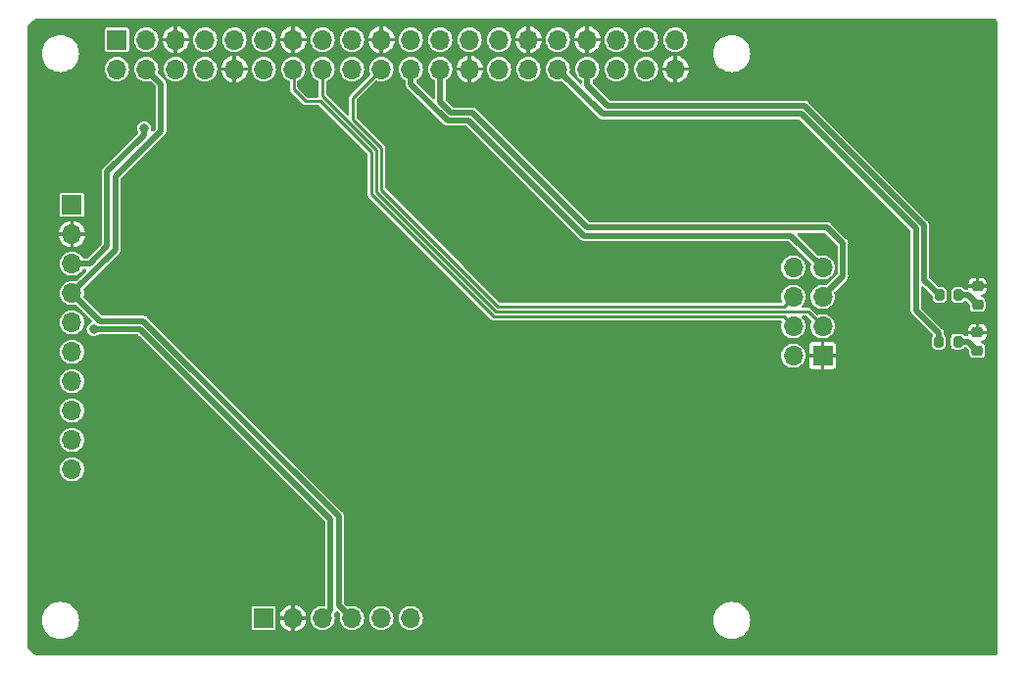
<source format=gtl>
G04 #@! TF.GenerationSoftware,KiCad,Pcbnew,7.0.8*
G04 #@! TF.CreationDate,2023-10-30T18:50:45+02:00*
G04 #@! TF.ProjectId,CubeSAT,43756265-5341-4542-9e6b-696361645f70,rev?*
G04 #@! TF.SameCoordinates,Original*
G04 #@! TF.FileFunction,Copper,L1,Top*
G04 #@! TF.FilePolarity,Positive*
%FSLAX46Y46*%
G04 Gerber Fmt 4.6, Leading zero omitted, Abs format (unit mm)*
G04 Created by KiCad (PCBNEW 7.0.8) date 2023-10-30 18:50:45*
%MOMM*%
%LPD*%
G01*
G04 APERTURE LIST*
G04 Aperture macros list*
%AMRoundRect*
0 Rectangle with rounded corners*
0 $1 Rounding radius*
0 $2 $3 $4 $5 $6 $7 $8 $9 X,Y pos of 4 corners*
0 Add a 4 corners polygon primitive as box body*
4,1,4,$2,$3,$4,$5,$6,$7,$8,$9,$2,$3,0*
0 Add four circle primitives for the rounded corners*
1,1,$1+$1,$2,$3*
1,1,$1+$1,$4,$5*
1,1,$1+$1,$6,$7*
1,1,$1+$1,$8,$9*
0 Add four rect primitives between the rounded corners*
20,1,$1+$1,$2,$3,$4,$5,0*
20,1,$1+$1,$4,$5,$6,$7,0*
20,1,$1+$1,$6,$7,$8,$9,0*
20,1,$1+$1,$8,$9,$2,$3,0*%
G04 Aperture macros list end*
G04 #@! TA.AperFunction,SMDPad,CuDef*
%ADD10RoundRect,0.200000X-0.200000X-0.275000X0.200000X-0.275000X0.200000X0.275000X-0.200000X0.275000X0*%
G04 #@! TD*
G04 #@! TA.AperFunction,ComponentPad*
%ADD11R,1.700000X1.700000*%
G04 #@! TD*
G04 #@! TA.AperFunction,ComponentPad*
%ADD12O,1.700000X1.700000*%
G04 #@! TD*
G04 #@! TA.AperFunction,SMDPad,CuDef*
%ADD13RoundRect,0.218750X-0.256250X0.218750X-0.256250X-0.218750X0.256250X-0.218750X0.256250X0.218750X0*%
G04 #@! TD*
G04 #@! TA.AperFunction,ViaPad*
%ADD14C,0.800000*%
G04 #@! TD*
G04 #@! TA.AperFunction,Conductor*
%ADD15C,0.500000*%
G04 #@! TD*
G04 #@! TA.AperFunction,Conductor*
%ADD16C,0.250000*%
G04 #@! TD*
G04 APERTURE END LIST*
D10*
X259400000Y-88390000D03*
X261050000Y-88390000D03*
D11*
X184500000Y-76575000D03*
D12*
X184500000Y-79115000D03*
X184500000Y-81655000D03*
X184500000Y-84195000D03*
X184500000Y-86735000D03*
X184500000Y-89275000D03*
X184500000Y-91815000D03*
X184500000Y-94355000D03*
X184500000Y-96895000D03*
X184500000Y-99435000D03*
D11*
X201060000Y-112300000D03*
D12*
X203600000Y-112300000D03*
X206140000Y-112300000D03*
X208680000Y-112300000D03*
X211220000Y-112300000D03*
X213760000Y-112300000D03*
D13*
X262740000Y-83622500D03*
X262740000Y-85197500D03*
D10*
X259450000Y-84380000D03*
X261100000Y-84380000D03*
D13*
X262735000Y-87602500D03*
X262735000Y-89177500D03*
D11*
X249360000Y-89610000D03*
D12*
X246820000Y-89610000D03*
X249360000Y-87070000D03*
X246820000Y-87070000D03*
X249360000Y-84530000D03*
X246820000Y-84530000D03*
X249360000Y-81990000D03*
X246820000Y-81990000D03*
X236640000Y-64850000D03*
X236640000Y-62310000D03*
X234100000Y-64850000D03*
X234100000Y-62310000D03*
X231560000Y-64850000D03*
X231560000Y-62310000D03*
X229020000Y-64850000D03*
X229020000Y-62310000D03*
X226480000Y-64850000D03*
X226480000Y-62310000D03*
X223940000Y-64850000D03*
X223940000Y-62310000D03*
X221400000Y-64850000D03*
X221400000Y-62310000D03*
X218860000Y-64850000D03*
X218860000Y-62310000D03*
X216320000Y-64850000D03*
X216320000Y-62310000D03*
X213780000Y-64850000D03*
X213780000Y-62310000D03*
X211240000Y-64850000D03*
X211240000Y-62310000D03*
X208700000Y-64850000D03*
X208700000Y-62310000D03*
X206160000Y-64850000D03*
X206160000Y-62310000D03*
X203620000Y-64850000D03*
X203620000Y-62310000D03*
X201080000Y-64850000D03*
X201080000Y-62310000D03*
X198540000Y-64850000D03*
X198540000Y-62310000D03*
X196000000Y-64850000D03*
X196000000Y-62310000D03*
X193460000Y-64850000D03*
X193460000Y-62310000D03*
X190920000Y-64850000D03*
X190920000Y-62310000D03*
X188380000Y-64850000D03*
D11*
X188380000Y-62310000D03*
D14*
X190740000Y-69970000D03*
X186375000Y-87340000D03*
D15*
X207550000Y-111170000D02*
X208680000Y-112300000D01*
X190680000Y-86620000D02*
X207550000Y-103490000D01*
X207550000Y-103490000D02*
X207550000Y-111170000D01*
X186925000Y-86620000D02*
X190680000Y-86620000D01*
X184500000Y-84195000D02*
X186925000Y-86620000D01*
X206850000Y-111590000D02*
X206140000Y-112300000D01*
X190390050Y-87320000D02*
X206850000Y-103779950D01*
X186375000Y-87345000D02*
X186400000Y-87320000D01*
X186400000Y-87320000D02*
X190390050Y-87320000D01*
X206850000Y-103779950D02*
X206850000Y-111590000D01*
X186035050Y-81655000D02*
X184500000Y-81655000D01*
X190740000Y-70520000D02*
X187540000Y-73720000D01*
X190740000Y-69970000D02*
X190740000Y-70520000D01*
X187540000Y-73720000D02*
X187540000Y-80150050D01*
X187540000Y-80150050D02*
X186035050Y-81655000D01*
X188240000Y-80440000D02*
X184500000Y-84180000D01*
X188240000Y-74140000D02*
X188240000Y-80440000D01*
X192190000Y-70190000D02*
X188240000Y-74140000D01*
X192190000Y-66120000D02*
X192190000Y-70190000D01*
X190920000Y-64850000D02*
X192190000Y-66120000D01*
D16*
X186375000Y-87340000D02*
X186375000Y-87345000D01*
X184500000Y-84180000D02*
X184500000Y-84195000D01*
X221332792Y-85360000D02*
X245990000Y-85360000D01*
X211240000Y-64850000D02*
X208780000Y-67310000D01*
X208780000Y-67310000D02*
X208780000Y-69183604D01*
X208780000Y-69183604D02*
X211240000Y-71643604D01*
X245990000Y-85360000D02*
X246820000Y-84530000D01*
X211240000Y-71643604D02*
X211240000Y-75267208D01*
X211240000Y-75267208D02*
X221332792Y-85360000D01*
X206160000Y-64850000D02*
X206160000Y-67200000D01*
X248100000Y-85810000D02*
X249360000Y-87070000D01*
X206160000Y-67200000D02*
X210790000Y-71830000D01*
X210790000Y-71830000D02*
X210790000Y-75453604D01*
X210790000Y-75453604D02*
X221146396Y-85810000D01*
X221146396Y-85810000D02*
X248100000Y-85810000D01*
X210340000Y-72016396D02*
X210340000Y-75640000D01*
X203650000Y-64880000D02*
X203650000Y-66600000D01*
X203620000Y-64850000D02*
X203650000Y-64880000D01*
X220960000Y-86260000D02*
X246010000Y-86260000D01*
X203650000Y-66600000D02*
X204680000Y-67630000D01*
X210340000Y-75640000D02*
X220960000Y-86260000D01*
X204680000Y-67630000D02*
X205953604Y-67630000D01*
X205953604Y-67630000D02*
X210340000Y-72016396D01*
X246010000Y-86260000D02*
X246820000Y-87070000D01*
X211235000Y-62160000D02*
X210670000Y-62160000D01*
D15*
X246610000Y-79240000D02*
X249360000Y-81990000D01*
X216940000Y-69300000D02*
X218790000Y-69300000D01*
X213780000Y-64645000D02*
X213780000Y-66140000D01*
X213780000Y-66140000D02*
X216940000Y-69300000D01*
X228730000Y-79240000D02*
X246610000Y-79240000D01*
X218790000Y-69300000D02*
X228730000Y-79240000D01*
X229019950Y-78540000D02*
X249750000Y-78540000D01*
X249750000Y-78540000D02*
X251110000Y-79900000D01*
X219079950Y-68600000D02*
X229019950Y-78540000D01*
X216320000Y-64645000D02*
X216320000Y-67690050D01*
X251110000Y-79900000D02*
X251110000Y-82730000D01*
X217229950Y-68600000D02*
X219079950Y-68600000D01*
X251110000Y-82730000D02*
X249360000Y-84480000D01*
X249360000Y-84480000D02*
X249360000Y-84530000D01*
X216320000Y-67690050D02*
X217229950Y-68600000D01*
X261922500Y-84380000D02*
X262740000Y-85197500D01*
X261100000Y-84380000D02*
X261922500Y-84380000D01*
X261947500Y-88390000D02*
X262735000Y-89177500D01*
X261050000Y-88390000D02*
X261947500Y-88390000D01*
X247510000Y-68730000D02*
X257420000Y-78640000D01*
X230360000Y-68730000D02*
X247510000Y-68730000D01*
X259400000Y-87660000D02*
X259400000Y-88390000D01*
X257420000Y-78640000D02*
X257420000Y-85680000D01*
X226480000Y-64850000D02*
X230360000Y-68730000D01*
X257420000Y-85680000D02*
X259400000Y-87660000D01*
X258120000Y-83050000D02*
X259450000Y-84380000D01*
X247799950Y-68030000D02*
X258120000Y-78350050D01*
X230770000Y-68030000D02*
X247799950Y-68030000D01*
X229020000Y-64850000D02*
X229020000Y-66280000D01*
X229020000Y-66280000D02*
X230770000Y-68030000D01*
X258120000Y-78350050D02*
X258120000Y-83050000D01*
X234095000Y-64700000D02*
X234095000Y-64705000D01*
G04 #@! TA.AperFunction,Conductor*
G36*
X264232131Y-60492381D02*
G01*
X264280099Y-60501922D01*
X264324791Y-60520433D01*
X264355104Y-60540688D01*
X264389311Y-60574895D01*
X264409564Y-60605205D01*
X264428078Y-60649904D01*
X264437617Y-60697860D01*
X264440000Y-60722051D01*
X264440000Y-115292088D01*
X264437617Y-115316280D01*
X264430676Y-115351173D01*
X264412160Y-115395874D01*
X264399311Y-115415103D01*
X264365103Y-115449311D01*
X264345874Y-115462160D01*
X264301173Y-115480676D01*
X264266279Y-115487617D01*
X264242089Y-115490000D01*
X181467634Y-115490000D01*
X181448580Y-115488527D01*
X181442455Y-115487574D01*
X181358141Y-115474462D01*
X181321836Y-115462891D01*
X181241500Y-115422805D01*
X181222305Y-115410931D01*
X181154733Y-115360078D01*
X181093703Y-115310656D01*
X181036429Y-115262293D01*
X181004106Y-115233406D01*
X180883290Y-115119186D01*
X180880830Y-115116727D01*
X180766594Y-114995895D01*
X180717560Y-114941027D01*
X180715642Y-114938773D01*
X180667632Y-114879485D01*
X180640742Y-114815000D01*
X180640000Y-114801453D01*
X180640000Y-112500000D01*
X181894551Y-112500000D01*
X181914317Y-112751151D01*
X181973126Y-112996110D01*
X182069533Y-113228859D01*
X182201160Y-113443653D01*
X182201161Y-113443656D01*
X182256604Y-113508571D01*
X182364776Y-113635224D01*
X182513066Y-113761875D01*
X182556343Y-113798838D01*
X182556346Y-113798839D01*
X182771140Y-113930466D01*
X183003889Y-114026873D01*
X183248852Y-114085683D01*
X183404950Y-114097968D01*
X183437116Y-114100500D01*
X183437118Y-114100500D01*
X183562884Y-114100500D01*
X183592518Y-114098167D01*
X183751148Y-114085683D01*
X183996111Y-114026873D01*
X184228859Y-113930466D01*
X184443659Y-113798836D01*
X184635224Y-113635224D01*
X184798836Y-113443659D01*
X184930466Y-113228859D01*
X184954949Y-113169752D01*
X200009500Y-113169752D01*
X200021131Y-113228229D01*
X200021132Y-113228230D01*
X200065447Y-113294552D01*
X200131769Y-113338867D01*
X200131770Y-113338868D01*
X200190247Y-113350499D01*
X200190250Y-113350500D01*
X200190252Y-113350500D01*
X201929750Y-113350500D01*
X201929751Y-113350499D01*
X201944568Y-113347552D01*
X201988229Y-113338868D01*
X201988229Y-113338867D01*
X201988231Y-113338867D01*
X202054552Y-113294552D01*
X202098867Y-113228231D01*
X202098867Y-113228229D01*
X202098868Y-113228229D01*
X202110499Y-113169752D01*
X202110500Y-113169750D01*
X202110500Y-112149999D01*
X202458972Y-112149999D01*
X202458973Y-112150000D01*
X203122935Y-112150000D01*
X203100000Y-112228111D01*
X203100000Y-112371889D01*
X203122935Y-112450000D01*
X202458973Y-112450000D01*
X202464738Y-112512218D01*
X202523058Y-112717196D01*
X202523066Y-112717216D01*
X202618059Y-112907989D01*
X202746500Y-113078071D01*
X202904000Y-113221651D01*
X202904002Y-113221653D01*
X203085201Y-113333846D01*
X203085207Y-113333849D01*
X203283936Y-113410836D01*
X203450000Y-113441879D01*
X203450000Y-112781170D01*
X203457685Y-112784680D01*
X203564237Y-112800000D01*
X203635763Y-112800000D01*
X203742315Y-112784680D01*
X203750000Y-112781170D01*
X203750000Y-113441879D01*
X203916063Y-113410836D01*
X204114792Y-113333849D01*
X204114798Y-113333846D01*
X204295997Y-113221653D01*
X204295999Y-113221651D01*
X204453499Y-113078071D01*
X204581940Y-112907989D01*
X204676933Y-112717216D01*
X204676941Y-112717196D01*
X204735261Y-112512218D01*
X204741027Y-112450000D01*
X204077065Y-112450000D01*
X204100000Y-112371889D01*
X204100000Y-112228111D01*
X204077065Y-112150000D01*
X204741027Y-112150000D01*
X204741027Y-112149999D01*
X204735261Y-112087781D01*
X204676941Y-111882803D01*
X204676933Y-111882783D01*
X204581940Y-111692010D01*
X204453499Y-111521928D01*
X204295999Y-111378348D01*
X204295997Y-111378346D01*
X204114798Y-111266153D01*
X204114789Y-111266149D01*
X203916060Y-111189162D01*
X203916061Y-111189162D01*
X203750000Y-111158119D01*
X203750000Y-111818829D01*
X203742315Y-111815320D01*
X203635763Y-111800000D01*
X203564237Y-111800000D01*
X203457685Y-111815320D01*
X203450000Y-111818829D01*
X203450000Y-111158119D01*
X203283939Y-111189162D01*
X203085210Y-111266149D01*
X203085201Y-111266153D01*
X202904002Y-111378346D01*
X202904000Y-111378348D01*
X202746500Y-111521928D01*
X202618059Y-111692010D01*
X202523066Y-111882783D01*
X202523058Y-111882803D01*
X202464738Y-112087781D01*
X202458972Y-112149999D01*
X202110500Y-112149999D01*
X202110500Y-111430249D01*
X202110499Y-111430247D01*
X202098868Y-111371770D01*
X202098867Y-111371769D01*
X202054552Y-111305447D01*
X201988230Y-111261132D01*
X201988229Y-111261131D01*
X201929752Y-111249500D01*
X201929748Y-111249500D01*
X200190252Y-111249500D01*
X200190247Y-111249500D01*
X200131770Y-111261131D01*
X200131769Y-111261132D01*
X200065447Y-111305447D01*
X200021132Y-111371769D01*
X200021131Y-111371770D01*
X200009500Y-111430247D01*
X200009500Y-113169752D01*
X184954949Y-113169752D01*
X185026873Y-112996111D01*
X185085683Y-112751148D01*
X185105449Y-112500000D01*
X185085683Y-112248852D01*
X185026873Y-112003889D01*
X184994794Y-111926442D01*
X184930466Y-111771140D01*
X184798839Y-111556346D01*
X184798838Y-111556343D01*
X184761875Y-111513066D01*
X184635224Y-111364776D01*
X184494302Y-111244417D01*
X184443656Y-111201161D01*
X184443653Y-111201160D01*
X184228859Y-111069533D01*
X183996110Y-110973126D01*
X183751150Y-110914317D01*
X183562884Y-110899500D01*
X183562882Y-110899500D01*
X183437118Y-110899500D01*
X183437116Y-110899500D01*
X183248849Y-110914317D01*
X183003889Y-110973126D01*
X182771140Y-111069533D01*
X182556346Y-111201160D01*
X182556343Y-111201161D01*
X182364776Y-111364776D01*
X182201161Y-111556343D01*
X182201160Y-111556346D01*
X182069533Y-111771140D01*
X181973126Y-112003889D01*
X181914317Y-112248848D01*
X181894551Y-112500000D01*
X180640000Y-112500000D01*
X180640000Y-99435000D01*
X183444417Y-99435000D01*
X183464699Y-99640932D01*
X183464700Y-99640934D01*
X183524768Y-99838954D01*
X183622315Y-100021450D01*
X183622317Y-100021452D01*
X183753589Y-100181410D01*
X183850209Y-100260702D01*
X183913550Y-100312685D01*
X184096046Y-100410232D01*
X184294066Y-100470300D01*
X184294065Y-100470300D01*
X184312529Y-100472118D01*
X184500000Y-100490583D01*
X184705934Y-100470300D01*
X184903954Y-100410232D01*
X185086450Y-100312685D01*
X185246410Y-100181410D01*
X185377685Y-100021450D01*
X185475232Y-99838954D01*
X185535300Y-99640934D01*
X185555583Y-99435000D01*
X185535300Y-99229066D01*
X185475232Y-99031046D01*
X185377685Y-98848550D01*
X185325702Y-98785209D01*
X185246410Y-98688589D01*
X185086452Y-98557317D01*
X185086453Y-98557317D01*
X185086450Y-98557315D01*
X184903954Y-98459768D01*
X184705934Y-98399700D01*
X184705932Y-98399699D01*
X184705934Y-98399699D01*
X184500000Y-98379417D01*
X184294067Y-98399699D01*
X184096043Y-98459769D01*
X183985898Y-98518643D01*
X183913550Y-98557315D01*
X183913548Y-98557316D01*
X183913547Y-98557317D01*
X183753589Y-98688589D01*
X183622317Y-98848547D01*
X183524769Y-99031043D01*
X183464699Y-99229067D01*
X183444417Y-99435000D01*
X180640000Y-99435000D01*
X180640000Y-96895000D01*
X183444417Y-96895000D01*
X183464699Y-97100932D01*
X183464700Y-97100934D01*
X183524768Y-97298954D01*
X183622315Y-97481450D01*
X183622317Y-97481452D01*
X183753589Y-97641410D01*
X183850209Y-97720702D01*
X183913550Y-97772685D01*
X184096046Y-97870232D01*
X184294066Y-97930300D01*
X184294065Y-97930300D01*
X184312529Y-97932118D01*
X184500000Y-97950583D01*
X184705934Y-97930300D01*
X184903954Y-97870232D01*
X185086450Y-97772685D01*
X185246410Y-97641410D01*
X185377685Y-97481450D01*
X185475232Y-97298954D01*
X185535300Y-97100934D01*
X185555583Y-96895000D01*
X185535300Y-96689066D01*
X185475232Y-96491046D01*
X185377685Y-96308550D01*
X185325702Y-96245209D01*
X185246410Y-96148589D01*
X185086452Y-96017317D01*
X185086453Y-96017317D01*
X185086450Y-96017315D01*
X184903954Y-95919768D01*
X184705934Y-95859700D01*
X184705932Y-95859699D01*
X184705934Y-95859699D01*
X184500000Y-95839417D01*
X184294067Y-95859699D01*
X184096043Y-95919769D01*
X183985898Y-95978643D01*
X183913550Y-96017315D01*
X183913548Y-96017316D01*
X183913547Y-96017317D01*
X183753589Y-96148589D01*
X183622317Y-96308547D01*
X183524769Y-96491043D01*
X183464699Y-96689067D01*
X183444417Y-96895000D01*
X180640000Y-96895000D01*
X180640000Y-94355000D01*
X183444417Y-94355000D01*
X183464699Y-94560932D01*
X183464700Y-94560934D01*
X183524768Y-94758954D01*
X183622315Y-94941450D01*
X183622317Y-94941452D01*
X183753589Y-95101410D01*
X183850209Y-95180702D01*
X183913550Y-95232685D01*
X184096046Y-95330232D01*
X184294066Y-95390300D01*
X184294065Y-95390300D01*
X184312529Y-95392118D01*
X184500000Y-95410583D01*
X184705934Y-95390300D01*
X184903954Y-95330232D01*
X185086450Y-95232685D01*
X185246410Y-95101410D01*
X185377685Y-94941450D01*
X185475232Y-94758954D01*
X185535300Y-94560934D01*
X185555583Y-94355000D01*
X185535300Y-94149066D01*
X185475232Y-93951046D01*
X185377685Y-93768550D01*
X185325702Y-93705209D01*
X185246410Y-93608589D01*
X185086452Y-93477317D01*
X185086453Y-93477317D01*
X185086450Y-93477315D01*
X184903954Y-93379768D01*
X184705934Y-93319700D01*
X184705932Y-93319699D01*
X184705934Y-93319699D01*
X184500000Y-93299417D01*
X184294067Y-93319699D01*
X184096043Y-93379769D01*
X183985898Y-93438643D01*
X183913550Y-93477315D01*
X183913548Y-93477316D01*
X183913547Y-93477317D01*
X183753589Y-93608589D01*
X183622317Y-93768547D01*
X183524769Y-93951043D01*
X183464699Y-94149067D01*
X183444417Y-94355000D01*
X180640000Y-94355000D01*
X180640000Y-91815000D01*
X183444417Y-91815000D01*
X183464699Y-92020932D01*
X183464700Y-92020934D01*
X183524768Y-92218954D01*
X183622315Y-92401450D01*
X183622317Y-92401452D01*
X183753589Y-92561410D01*
X183850209Y-92640702D01*
X183913550Y-92692685D01*
X184096046Y-92790232D01*
X184294066Y-92850300D01*
X184294065Y-92850300D01*
X184312529Y-92852118D01*
X184500000Y-92870583D01*
X184705934Y-92850300D01*
X184903954Y-92790232D01*
X185086450Y-92692685D01*
X185246410Y-92561410D01*
X185377685Y-92401450D01*
X185475232Y-92218954D01*
X185535300Y-92020934D01*
X185555583Y-91815000D01*
X185535300Y-91609066D01*
X185475232Y-91411046D01*
X185377685Y-91228550D01*
X185325702Y-91165209D01*
X185246410Y-91068589D01*
X185086452Y-90937317D01*
X185086453Y-90937317D01*
X185086450Y-90937315D01*
X184903954Y-90839768D01*
X184705934Y-90779700D01*
X184705932Y-90779699D01*
X184705934Y-90779699D01*
X184500000Y-90759417D01*
X184294067Y-90779699D01*
X184096043Y-90839769D01*
X183985898Y-90898643D01*
X183913550Y-90937315D01*
X183913548Y-90937316D01*
X183913547Y-90937317D01*
X183753589Y-91068589D01*
X183622317Y-91228547D01*
X183524769Y-91411043D01*
X183464699Y-91609067D01*
X183444417Y-91815000D01*
X180640000Y-91815000D01*
X180640000Y-89275000D01*
X183444417Y-89275000D01*
X183464699Y-89480932D01*
X183464700Y-89480934D01*
X183524768Y-89678954D01*
X183622315Y-89861450D01*
X183622317Y-89861452D01*
X183753589Y-90021410D01*
X183842870Y-90094680D01*
X183913550Y-90152685D01*
X184096046Y-90250232D01*
X184294066Y-90310300D01*
X184294065Y-90310300D01*
X184312529Y-90312118D01*
X184500000Y-90330583D01*
X184705934Y-90310300D01*
X184903954Y-90250232D01*
X185086450Y-90152685D01*
X185246410Y-90021410D01*
X185377685Y-89861450D01*
X185475232Y-89678954D01*
X185535300Y-89480934D01*
X185555583Y-89275000D01*
X185535300Y-89069066D01*
X185475232Y-88871046D01*
X185377685Y-88688550D01*
X185317603Y-88615339D01*
X185246410Y-88528589D01*
X185086452Y-88397317D01*
X185086453Y-88397317D01*
X185086450Y-88397315D01*
X184903954Y-88299768D01*
X184705934Y-88239700D01*
X184705932Y-88239699D01*
X184705934Y-88239699D01*
X184500000Y-88219417D01*
X184294067Y-88239699D01*
X184096043Y-88299769D01*
X184047630Y-88325647D01*
X183913550Y-88397315D01*
X183913548Y-88397316D01*
X183913547Y-88397317D01*
X183753589Y-88528589D01*
X183622317Y-88688547D01*
X183622315Y-88688550D01*
X183608063Y-88715214D01*
X183524769Y-88871043D01*
X183464699Y-89069067D01*
X183444417Y-89275000D01*
X180640000Y-89275000D01*
X180640000Y-86735000D01*
X183444417Y-86735000D01*
X183464699Y-86940932D01*
X183464700Y-86940934D01*
X183524768Y-87138954D01*
X183622315Y-87321450D01*
X183656969Y-87363677D01*
X183753589Y-87481410D01*
X183850209Y-87560702D01*
X183913550Y-87612685D01*
X184096046Y-87710232D01*
X184294066Y-87770300D01*
X184294065Y-87770300D01*
X184300462Y-87770930D01*
X184500000Y-87790583D01*
X184705934Y-87770300D01*
X184903954Y-87710232D01*
X185086450Y-87612685D01*
X185246410Y-87481410D01*
X185377685Y-87321450D01*
X185475232Y-87138954D01*
X185535300Y-86940934D01*
X185555583Y-86735000D01*
X185535300Y-86529066D01*
X185475232Y-86331046D01*
X185377685Y-86148550D01*
X185325702Y-86085209D01*
X185246410Y-85988589D01*
X185086452Y-85857317D01*
X185086453Y-85857317D01*
X185086450Y-85857315D01*
X184903954Y-85759768D01*
X184705934Y-85699700D01*
X184705932Y-85699699D01*
X184705934Y-85699699D01*
X184500000Y-85679417D01*
X184294067Y-85699699D01*
X184118692Y-85752898D01*
X184096416Y-85759656D01*
X184096043Y-85759769D01*
X183994049Y-85814287D01*
X183913550Y-85857315D01*
X183913548Y-85857316D01*
X183913547Y-85857317D01*
X183753589Y-85988589D01*
X183622317Y-86148547D01*
X183622315Y-86148550D01*
X183599095Y-86191992D01*
X183524769Y-86331043D01*
X183464699Y-86529067D01*
X183444417Y-86735000D01*
X180640000Y-86735000D01*
X180640000Y-84195000D01*
X183444417Y-84195000D01*
X183464699Y-84400932D01*
X183464700Y-84400934D01*
X183524768Y-84598954D01*
X183622315Y-84781450D01*
X183622317Y-84781452D01*
X183753589Y-84941410D01*
X183822766Y-84998181D01*
X183913550Y-85072685D01*
X184096046Y-85170232D01*
X184294066Y-85230300D01*
X184294065Y-85230300D01*
X184312529Y-85232118D01*
X184500000Y-85250583D01*
X184705934Y-85230300D01*
X184782325Y-85207127D01*
X184852192Y-85206503D01*
X184906002Y-85238106D01*
X185618438Y-85950542D01*
X186231698Y-86563801D01*
X186265183Y-86625124D01*
X186260199Y-86694816D01*
X186218327Y-86750749D01*
X186191470Y-86766043D01*
X186072160Y-86815463D01*
X185946718Y-86911718D01*
X185850463Y-87037160D01*
X185789956Y-87183237D01*
X185789955Y-87183239D01*
X185769318Y-87339998D01*
X185769318Y-87340001D01*
X185789955Y-87496760D01*
X185789956Y-87496762D01*
X185850464Y-87642841D01*
X185946718Y-87768282D01*
X186072159Y-87864536D01*
X186218238Y-87925044D01*
X186296619Y-87935363D01*
X186374999Y-87945682D01*
X186375000Y-87945682D01*
X186375001Y-87945682D01*
X186438850Y-87937276D01*
X186531762Y-87925044D01*
X186677836Y-87864538D01*
X186677837Y-87864538D01*
X186677837Y-87864537D01*
X186677841Y-87864536D01*
X186766998Y-87796123D01*
X186832166Y-87770930D01*
X186842483Y-87770500D01*
X190152084Y-87770500D01*
X190219123Y-87790185D01*
X190239765Y-87806819D01*
X206363181Y-103930234D01*
X206396666Y-103991557D01*
X206399500Y-104017915D01*
X206399500Y-111133162D01*
X206379815Y-111200201D01*
X206327011Y-111245956D01*
X206263346Y-111256565D01*
X206140000Y-111244417D01*
X205934067Y-111264699D01*
X205736043Y-111324769D01*
X205661197Y-111364776D01*
X205553550Y-111422315D01*
X205553548Y-111422316D01*
X205553547Y-111422317D01*
X205393589Y-111553589D01*
X205262317Y-111713547D01*
X205262315Y-111713550D01*
X205253083Y-111730822D01*
X205164769Y-111896043D01*
X205104699Y-112094067D01*
X205084417Y-112300000D01*
X205104699Y-112505932D01*
X205104700Y-112505934D01*
X205164768Y-112703954D01*
X205262315Y-112886450D01*
X205296969Y-112928677D01*
X205393589Y-113046410D01*
X205432169Y-113078071D01*
X205553550Y-113177685D01*
X205736046Y-113275232D01*
X205934066Y-113335300D01*
X205934065Y-113335300D01*
X205952529Y-113337118D01*
X206140000Y-113355583D01*
X206345934Y-113335300D01*
X206543954Y-113275232D01*
X206726450Y-113177685D01*
X206886410Y-113046410D01*
X207017685Y-112886450D01*
X207115232Y-112703954D01*
X207175300Y-112505934D01*
X207195583Y-112300000D01*
X207175300Y-112094066D01*
X207153712Y-112022902D01*
X207153090Y-111953036D01*
X207181477Y-111902565D01*
X207183962Y-111899884D01*
X207183970Y-111899879D01*
X207217480Y-111850728D01*
X207252793Y-111802882D01*
X207252794Y-111802879D01*
X207256787Y-111795324D01*
X207260469Y-111787678D01*
X207260469Y-111787676D01*
X207260472Y-111787673D01*
X207263486Y-111777898D01*
X207302050Y-111719641D01*
X207365993Y-111691479D01*
X207435010Y-111702357D01*
X207469659Y-111726763D01*
X207636893Y-111893997D01*
X207670378Y-111955320D01*
X207667873Y-112017672D01*
X207644699Y-112094066D01*
X207624417Y-112300000D01*
X207644699Y-112505932D01*
X207644700Y-112505934D01*
X207704768Y-112703954D01*
X207802315Y-112886450D01*
X207836969Y-112928677D01*
X207933589Y-113046410D01*
X207972169Y-113078071D01*
X208093550Y-113177685D01*
X208276046Y-113275232D01*
X208474066Y-113335300D01*
X208474065Y-113335300D01*
X208492529Y-113337118D01*
X208680000Y-113355583D01*
X208885934Y-113335300D01*
X209083954Y-113275232D01*
X209266450Y-113177685D01*
X209426410Y-113046410D01*
X209557685Y-112886450D01*
X209655232Y-112703954D01*
X209715300Y-112505934D01*
X209735583Y-112300000D01*
X210164417Y-112300000D01*
X210184699Y-112505932D01*
X210184700Y-112505934D01*
X210244768Y-112703954D01*
X210342315Y-112886450D01*
X210376969Y-112928677D01*
X210473589Y-113046410D01*
X210512169Y-113078071D01*
X210633550Y-113177685D01*
X210816046Y-113275232D01*
X211014066Y-113335300D01*
X211014065Y-113335300D01*
X211032529Y-113337118D01*
X211220000Y-113355583D01*
X211425934Y-113335300D01*
X211623954Y-113275232D01*
X211806450Y-113177685D01*
X211966410Y-113046410D01*
X212097685Y-112886450D01*
X212195232Y-112703954D01*
X212255300Y-112505934D01*
X212275583Y-112300000D01*
X212704417Y-112300000D01*
X212724699Y-112505932D01*
X212724700Y-112505934D01*
X212784768Y-112703954D01*
X212882315Y-112886450D01*
X212916969Y-112928677D01*
X213013589Y-113046410D01*
X213052169Y-113078071D01*
X213173550Y-113177685D01*
X213356046Y-113275232D01*
X213554066Y-113335300D01*
X213554065Y-113335300D01*
X213572529Y-113337118D01*
X213760000Y-113355583D01*
X213965934Y-113335300D01*
X214163954Y-113275232D01*
X214346450Y-113177685D01*
X214506410Y-113046410D01*
X214637685Y-112886450D01*
X214735232Y-112703954D01*
X214795300Y-112505934D01*
X214795884Y-112500000D01*
X239894551Y-112500000D01*
X239914317Y-112751151D01*
X239973126Y-112996110D01*
X240069533Y-113228859D01*
X240201160Y-113443653D01*
X240201161Y-113443656D01*
X240256604Y-113508571D01*
X240364776Y-113635224D01*
X240513066Y-113761875D01*
X240556343Y-113798838D01*
X240556346Y-113798839D01*
X240771140Y-113930466D01*
X241003889Y-114026873D01*
X241248852Y-114085683D01*
X241404950Y-114097968D01*
X241437116Y-114100500D01*
X241437118Y-114100500D01*
X241562884Y-114100500D01*
X241592518Y-114098167D01*
X241751148Y-114085683D01*
X241996111Y-114026873D01*
X242228859Y-113930466D01*
X242443659Y-113798836D01*
X242635224Y-113635224D01*
X242798836Y-113443659D01*
X242930466Y-113228859D01*
X243026873Y-112996111D01*
X243085683Y-112751148D01*
X243105449Y-112500000D01*
X243085683Y-112248852D01*
X243026873Y-112003889D01*
X242994794Y-111926442D01*
X242930466Y-111771140D01*
X242798839Y-111556346D01*
X242798838Y-111556343D01*
X242761875Y-111513066D01*
X242635224Y-111364776D01*
X242494302Y-111244417D01*
X242443656Y-111201161D01*
X242443653Y-111201160D01*
X242228859Y-111069533D01*
X241996110Y-110973126D01*
X241751150Y-110914317D01*
X241562884Y-110899500D01*
X241562882Y-110899500D01*
X241437118Y-110899500D01*
X241437116Y-110899500D01*
X241248849Y-110914317D01*
X241003889Y-110973126D01*
X240771140Y-111069533D01*
X240556346Y-111201160D01*
X240556343Y-111201161D01*
X240364776Y-111364776D01*
X240201161Y-111556343D01*
X240201160Y-111556346D01*
X240069533Y-111771140D01*
X239973126Y-112003889D01*
X239914317Y-112248848D01*
X239894551Y-112500000D01*
X214795884Y-112500000D01*
X214815583Y-112300000D01*
X214795300Y-112094066D01*
X214735232Y-111896046D01*
X214637685Y-111713550D01*
X214543218Y-111598441D01*
X214506410Y-111553589D01*
X214356121Y-111430252D01*
X214346450Y-111422315D01*
X214163954Y-111324768D01*
X213965934Y-111264700D01*
X213965932Y-111264699D01*
X213965934Y-111264699D01*
X213760000Y-111244417D01*
X213554067Y-111264699D01*
X213356043Y-111324769D01*
X213281197Y-111364776D01*
X213173550Y-111422315D01*
X213173548Y-111422316D01*
X213173547Y-111422317D01*
X213013589Y-111553589D01*
X212882317Y-111713547D01*
X212882315Y-111713550D01*
X212873083Y-111730822D01*
X212784769Y-111896043D01*
X212724699Y-112094067D01*
X212704417Y-112300000D01*
X212275583Y-112300000D01*
X212255300Y-112094066D01*
X212195232Y-111896046D01*
X212097685Y-111713550D01*
X212003218Y-111598441D01*
X211966410Y-111553589D01*
X211816121Y-111430252D01*
X211806450Y-111422315D01*
X211623954Y-111324768D01*
X211425934Y-111264700D01*
X211425932Y-111264699D01*
X211425934Y-111264699D01*
X211220000Y-111244417D01*
X211014067Y-111264699D01*
X210816043Y-111324769D01*
X210741197Y-111364776D01*
X210633550Y-111422315D01*
X210633548Y-111422316D01*
X210633547Y-111422317D01*
X210473589Y-111553589D01*
X210342317Y-111713547D01*
X210342315Y-111713550D01*
X210333083Y-111730822D01*
X210244769Y-111896043D01*
X210184699Y-112094067D01*
X210164417Y-112300000D01*
X209735583Y-112300000D01*
X209715300Y-112094066D01*
X209655232Y-111896046D01*
X209557685Y-111713550D01*
X209463218Y-111598441D01*
X209426410Y-111553589D01*
X209276121Y-111430252D01*
X209266450Y-111422315D01*
X209083954Y-111324768D01*
X208885934Y-111264700D01*
X208885932Y-111264699D01*
X208885934Y-111264699D01*
X208680000Y-111244417D01*
X208474066Y-111264699D01*
X208474064Y-111264700D01*
X208397670Y-111287873D01*
X208327804Y-111288496D01*
X208273996Y-111256893D01*
X208036819Y-111019716D01*
X208003334Y-110958393D01*
X208000500Y-110932035D01*
X208000500Y-103518781D01*
X208000889Y-103511844D01*
X208005270Y-103472965D01*
X207994210Y-103414511D01*
X207985348Y-103355713D01*
X207985347Y-103355711D01*
X207985347Y-103355709D01*
X207982831Y-103347552D01*
X207980025Y-103339531D01*
X207980024Y-103339529D01*
X207952222Y-103286926D01*
X207926425Y-103233358D01*
X207926422Y-103233355D01*
X207926422Y-103233354D01*
X207921642Y-103226342D01*
X207916567Y-103219465D01*
X207916566Y-103219463D01*
X207874516Y-103177413D01*
X207834055Y-103133806D01*
X207826792Y-103128014D01*
X207827312Y-103127361D01*
X207815067Y-103117964D01*
X194307103Y-89610000D01*
X245764417Y-89610000D01*
X245784699Y-89815932D01*
X245814734Y-89914944D01*
X245844768Y-90013954D01*
X245942315Y-90196450D01*
X245942317Y-90196452D01*
X246073589Y-90356410D01*
X246170209Y-90435702D01*
X246233550Y-90487685D01*
X246416046Y-90585232D01*
X246614066Y-90645300D01*
X246614065Y-90645300D01*
X246632529Y-90647118D01*
X246820000Y-90665583D01*
X247025934Y-90645300D01*
X247223954Y-90585232D01*
X247406450Y-90487685D01*
X247566410Y-90356410D01*
X247697685Y-90196450D01*
X247795232Y-90013954D01*
X247855300Y-89815934D01*
X247875583Y-89610000D01*
X247860809Y-89460000D01*
X248210000Y-89460000D01*
X248882935Y-89460000D01*
X248860000Y-89538111D01*
X248860000Y-89681889D01*
X248882935Y-89760000D01*
X248210001Y-89760000D01*
X248210001Y-90504785D01*
X248210002Y-90504808D01*
X248212908Y-90529869D01*
X248212909Y-90529873D01*
X248258211Y-90632474D01*
X248258214Y-90632479D01*
X248337520Y-90711785D01*
X248337525Y-90711788D01*
X248440123Y-90757089D01*
X248465206Y-90759999D01*
X249209999Y-90759999D01*
X249210000Y-90759998D01*
X249210000Y-90091170D01*
X249217685Y-90094680D01*
X249324237Y-90110000D01*
X249395763Y-90110000D01*
X249502315Y-90094680D01*
X249510000Y-90091170D01*
X249510000Y-90759999D01*
X250254786Y-90759999D01*
X250254808Y-90759997D01*
X250279869Y-90757091D01*
X250279873Y-90757090D01*
X250382474Y-90711788D01*
X250382479Y-90711785D01*
X250461785Y-90632479D01*
X250461788Y-90632474D01*
X250507089Y-90529877D01*
X250507089Y-90529875D01*
X250509999Y-90504794D01*
X250510000Y-90504791D01*
X250510000Y-89760000D01*
X249837065Y-89760000D01*
X249860000Y-89681889D01*
X249860000Y-89538111D01*
X249837065Y-89460000D01*
X250509999Y-89460000D01*
X250509999Y-88715214D01*
X250509997Y-88715191D01*
X250507091Y-88690130D01*
X250507090Y-88690126D01*
X250461788Y-88587525D01*
X250461785Y-88587520D01*
X250382479Y-88508214D01*
X250382474Y-88508211D01*
X250279876Y-88462910D01*
X250254794Y-88460000D01*
X249510000Y-88460000D01*
X249510000Y-89128829D01*
X249502315Y-89125320D01*
X249395763Y-89110000D01*
X249324237Y-89110000D01*
X249217685Y-89125320D01*
X249210000Y-89128829D01*
X249210000Y-88460000D01*
X248465214Y-88460000D01*
X248465191Y-88460002D01*
X248440130Y-88462908D01*
X248440126Y-88462909D01*
X248337525Y-88508211D01*
X248337520Y-88508214D01*
X248258214Y-88587520D01*
X248258211Y-88587525D01*
X248212910Y-88690122D01*
X248212910Y-88690124D01*
X248210000Y-88715205D01*
X248210000Y-89460000D01*
X247860809Y-89460000D01*
X247855300Y-89404066D01*
X247795232Y-89206046D01*
X247697685Y-89023550D01*
X247645702Y-88960209D01*
X247566410Y-88863589D01*
X247406452Y-88732317D01*
X247406453Y-88732317D01*
X247406450Y-88732315D01*
X247223954Y-88634768D01*
X247025934Y-88574700D01*
X247025932Y-88574699D01*
X247025934Y-88574699D01*
X246820000Y-88554417D01*
X246614067Y-88574699D01*
X246416043Y-88634769D01*
X246315433Y-88688547D01*
X246233550Y-88732315D01*
X246233548Y-88732316D01*
X246233547Y-88732317D01*
X246073589Y-88863589D01*
X245942317Y-89023547D01*
X245942315Y-89023550D01*
X245903643Y-89095898D01*
X245844769Y-89206043D01*
X245784699Y-89404067D01*
X245764417Y-89610000D01*
X194307103Y-89610000D01*
X191018908Y-86321805D01*
X191014271Y-86316617D01*
X190989878Y-86286029D01*
X190940728Y-86252519D01*
X190892882Y-86217207D01*
X190885297Y-86213198D01*
X190877677Y-86209529D01*
X190853161Y-86201967D01*
X190820822Y-86191992D01*
X190800154Y-86184760D01*
X190764695Y-86172352D01*
X190756326Y-86170768D01*
X190747904Y-86169500D01*
X190747902Y-86169500D01*
X190688426Y-86169500D01*
X190628990Y-86167275D01*
X190619756Y-86168316D01*
X190619662Y-86167486D01*
X190604364Y-86169500D01*
X187162966Y-86169500D01*
X187095927Y-86149815D01*
X187075285Y-86133181D01*
X185543106Y-84601003D01*
X185509621Y-84539680D01*
X185512125Y-84477329D01*
X185535300Y-84400934D01*
X185555583Y-84195000D01*
X185535300Y-83989066D01*
X185508634Y-83901162D01*
X185508012Y-83831296D01*
X185539613Y-83777489D01*
X188538205Y-80778896D01*
X188543373Y-80774277D01*
X188573970Y-80749879D01*
X188607480Y-80700728D01*
X188642793Y-80652882D01*
X188642794Y-80652879D01*
X188646787Y-80645324D01*
X188650470Y-80637676D01*
X188650470Y-80637675D01*
X188650472Y-80637673D01*
X188668007Y-80580822D01*
X188687646Y-80524699D01*
X188689228Y-80516336D01*
X188690500Y-80507899D01*
X188690500Y-80448441D01*
X188692725Y-80388990D01*
X188691685Y-80379758D01*
X188692513Y-80379664D01*
X188690500Y-80364361D01*
X188690500Y-74377964D01*
X188710185Y-74310925D01*
X188726814Y-74290288D01*
X192488205Y-70528896D01*
X192493373Y-70524277D01*
X192523970Y-70499879D01*
X192557480Y-70450728D01*
X192592793Y-70402882D01*
X192592794Y-70402879D01*
X192596787Y-70395324D01*
X192600470Y-70387676D01*
X192600470Y-70387675D01*
X192600472Y-70387673D01*
X192618007Y-70330822D01*
X192637646Y-70274699D01*
X192639228Y-70266336D01*
X192640500Y-70257899D01*
X192640500Y-70198441D01*
X192642725Y-70138990D01*
X192641685Y-70129758D01*
X192642513Y-70129664D01*
X192640500Y-70114361D01*
X192640500Y-66148782D01*
X192640889Y-66141843D01*
X192645270Y-66102965D01*
X192634211Y-66044520D01*
X192625348Y-65985713D01*
X192625347Y-65985711D01*
X192622836Y-65977571D01*
X192620024Y-65969533D01*
X192620023Y-65969528D01*
X192592226Y-65916936D01*
X192566425Y-65863358D01*
X192566422Y-65863355D01*
X192566421Y-65863352D01*
X192561642Y-65856342D01*
X192556568Y-65849469D01*
X192556565Y-65849462D01*
X192514516Y-65807413D01*
X192474055Y-65763806D01*
X192466792Y-65758014D01*
X192467312Y-65757361D01*
X192455067Y-65747964D01*
X191963106Y-65256003D01*
X191929621Y-65194680D01*
X191932125Y-65132329D01*
X191955300Y-65055934D01*
X191975583Y-64850000D01*
X192404417Y-64850000D01*
X192424699Y-65055932D01*
X192424700Y-65055934D01*
X192484768Y-65253954D01*
X192582315Y-65436450D01*
X192616969Y-65478677D01*
X192713589Y-65596410D01*
X192752169Y-65628071D01*
X192873550Y-65727685D01*
X193056046Y-65825232D01*
X193254066Y-65885300D01*
X193254065Y-65885300D01*
X193272529Y-65887118D01*
X193460000Y-65905583D01*
X193665934Y-65885300D01*
X193863954Y-65825232D01*
X194046450Y-65727685D01*
X194206410Y-65596410D01*
X194337685Y-65436450D01*
X194435232Y-65253954D01*
X194495300Y-65055934D01*
X194515583Y-64850000D01*
X194944417Y-64850000D01*
X194964699Y-65055932D01*
X194964700Y-65055934D01*
X195024768Y-65253954D01*
X195122315Y-65436450D01*
X195156969Y-65478677D01*
X195253589Y-65596410D01*
X195292169Y-65628071D01*
X195413550Y-65727685D01*
X195596046Y-65825232D01*
X195794066Y-65885300D01*
X195794065Y-65885300D01*
X195812529Y-65887118D01*
X196000000Y-65905583D01*
X196205934Y-65885300D01*
X196403954Y-65825232D01*
X196586450Y-65727685D01*
X196746410Y-65596410D01*
X196877685Y-65436450D01*
X196975232Y-65253954D01*
X197035300Y-65055934D01*
X197055583Y-64850000D01*
X197040809Y-64699999D01*
X197398972Y-64699999D01*
X197398973Y-64700000D01*
X198062935Y-64700000D01*
X198040000Y-64778111D01*
X198040000Y-64921889D01*
X198062935Y-65000000D01*
X197398973Y-65000000D01*
X197404738Y-65062218D01*
X197463058Y-65267196D01*
X197463066Y-65267216D01*
X197558059Y-65457989D01*
X197686500Y-65628071D01*
X197844000Y-65771651D01*
X197844002Y-65771653D01*
X198025201Y-65883846D01*
X198025207Y-65883849D01*
X198223936Y-65960836D01*
X198390000Y-65991879D01*
X198390000Y-65331170D01*
X198397685Y-65334680D01*
X198504237Y-65350000D01*
X198575763Y-65350000D01*
X198682315Y-65334680D01*
X198690000Y-65331170D01*
X198690000Y-65991879D01*
X198856063Y-65960836D01*
X199054792Y-65883849D01*
X199054798Y-65883846D01*
X199235997Y-65771653D01*
X199235999Y-65771651D01*
X199393499Y-65628071D01*
X199521940Y-65457989D01*
X199616933Y-65267216D01*
X199616941Y-65267196D01*
X199675261Y-65062218D01*
X199681027Y-65000000D01*
X199017065Y-65000000D01*
X199040000Y-64921889D01*
X199040000Y-64850000D01*
X200024417Y-64850000D01*
X200044699Y-65055932D01*
X200044700Y-65055934D01*
X200104768Y-65253954D01*
X200202315Y-65436450D01*
X200236969Y-65478677D01*
X200333589Y-65596410D01*
X200372169Y-65628071D01*
X200493550Y-65727685D01*
X200676046Y-65825232D01*
X200874066Y-65885300D01*
X200874065Y-65885300D01*
X200892529Y-65887118D01*
X201080000Y-65905583D01*
X201285934Y-65885300D01*
X201483954Y-65825232D01*
X201666450Y-65727685D01*
X201826410Y-65596410D01*
X201957685Y-65436450D01*
X202055232Y-65253954D01*
X202115300Y-65055934D01*
X202135583Y-64850000D01*
X202564417Y-64850000D01*
X202584699Y-65055932D01*
X202584700Y-65055934D01*
X202644768Y-65253954D01*
X202742315Y-65436450D01*
X202776969Y-65478677D01*
X202873589Y-65596410D01*
X202912169Y-65628071D01*
X203033550Y-65727685D01*
X203216046Y-65825232D01*
X203236491Y-65831433D01*
X203294930Y-65869727D01*
X203323390Y-65933538D01*
X203324500Y-65950095D01*
X203324500Y-66583078D01*
X203324264Y-66588485D01*
X203320735Y-66628808D01*
X203331212Y-66667910D01*
X203332383Y-66673190D01*
X203339411Y-66713043D01*
X203341235Y-66718055D01*
X203348197Y-66734861D01*
X203350445Y-66739681D01*
X203350446Y-66739684D01*
X203364452Y-66759687D01*
X203373655Y-66772831D01*
X203376561Y-66777392D01*
X203396806Y-66812455D01*
X203427815Y-66838475D01*
X203431805Y-66842131D01*
X204437863Y-67848189D01*
X204441518Y-67852178D01*
X204467541Y-67883190D01*
X204467543Y-67883191D01*
X204467545Y-67883194D01*
X204467547Y-67883195D01*
X204467548Y-67883196D01*
X204502599Y-67903433D01*
X204507162Y-67906339D01*
X204540316Y-67929554D01*
X204540319Y-67929554D01*
X204545176Y-67931820D01*
X204561933Y-67938760D01*
X204566950Y-67940586D01*
X204566952Y-67940586D01*
X204566955Y-67940588D01*
X204606818Y-67947616D01*
X204612076Y-67948782D01*
X204651193Y-67959264D01*
X204691518Y-67955735D01*
X204696922Y-67955500D01*
X205767416Y-67955500D01*
X205834455Y-67975185D01*
X205855097Y-67991819D01*
X209978181Y-72114903D01*
X210011666Y-72176226D01*
X210014500Y-72202584D01*
X210014500Y-75623078D01*
X210014264Y-75628485D01*
X210010735Y-75668808D01*
X210021212Y-75707910D01*
X210022383Y-75713190D01*
X210029411Y-75753043D01*
X210031235Y-75758055D01*
X210038197Y-75774861D01*
X210040445Y-75779681D01*
X210040446Y-75779684D01*
X210054452Y-75799687D01*
X210063655Y-75812831D01*
X210066561Y-75817392D01*
X210086806Y-75852455D01*
X210117815Y-75878475D01*
X210121805Y-75882131D01*
X220717863Y-86478189D01*
X220721518Y-86482178D01*
X220747541Y-86513190D01*
X220747543Y-86513191D01*
X220747545Y-86513194D01*
X220747547Y-86513195D01*
X220747548Y-86513196D01*
X220782599Y-86533433D01*
X220787162Y-86536339D01*
X220820316Y-86559554D01*
X220820319Y-86559554D01*
X220825176Y-86561820D01*
X220841933Y-86568760D01*
X220846950Y-86570586D01*
X220846952Y-86570586D01*
X220846955Y-86570588D01*
X220886818Y-86577616D01*
X220892076Y-86578782D01*
X220931193Y-86589264D01*
X220971518Y-86585735D01*
X220976922Y-86585500D01*
X245702007Y-86585500D01*
X245769046Y-86605185D01*
X245814801Y-86657989D01*
X245824745Y-86727147D01*
X245820668Y-86745495D01*
X245784699Y-86864067D01*
X245764417Y-87070000D01*
X245784699Y-87275932D01*
X245804133Y-87339998D01*
X245844768Y-87473954D01*
X245942315Y-87656450D01*
X245968848Y-87688781D01*
X246073589Y-87816410D01*
X246170209Y-87895702D01*
X246233550Y-87947685D01*
X246416046Y-88045232D01*
X246614066Y-88105300D01*
X246614065Y-88105300D01*
X246632529Y-88107118D01*
X246820000Y-88125583D01*
X247025934Y-88105300D01*
X247223954Y-88045232D01*
X247406450Y-87947685D01*
X247566410Y-87816410D01*
X247697685Y-87656450D01*
X247795232Y-87473954D01*
X247855300Y-87275934D01*
X247875583Y-87070000D01*
X247855300Y-86864066D01*
X247795232Y-86666046D01*
X247697685Y-86483550D01*
X247578371Y-86338164D01*
X247551059Y-86273854D01*
X247562850Y-86204987D01*
X247610003Y-86153427D01*
X247674225Y-86135500D01*
X247913812Y-86135500D01*
X247980851Y-86155185D01*
X248001493Y-86171819D01*
X248358678Y-86529004D01*
X248392163Y-86590327D01*
X248387179Y-86660019D01*
X248385563Y-86664126D01*
X248384771Y-86666038D01*
X248384769Y-86666043D01*
X248384768Y-86666046D01*
X248364058Y-86734318D01*
X248324699Y-86864067D01*
X248304417Y-87070000D01*
X248324699Y-87275932D01*
X248344133Y-87339998D01*
X248384768Y-87473954D01*
X248482315Y-87656450D01*
X248508848Y-87688781D01*
X248613589Y-87816410D01*
X248710209Y-87895702D01*
X248773550Y-87947685D01*
X248956046Y-88045232D01*
X249154066Y-88105300D01*
X249154065Y-88105300D01*
X249172529Y-88107118D01*
X249360000Y-88125583D01*
X249565934Y-88105300D01*
X249763954Y-88045232D01*
X249946450Y-87947685D01*
X250106410Y-87816410D01*
X250237685Y-87656450D01*
X250335232Y-87473954D01*
X250395300Y-87275934D01*
X250415583Y-87070000D01*
X250395300Y-86864066D01*
X250335232Y-86666046D01*
X250237685Y-86483550D01*
X250118371Y-86338164D01*
X250106410Y-86323589D01*
X249946452Y-86192317D01*
X249946453Y-86192317D01*
X249946450Y-86192315D01*
X249763954Y-86094768D01*
X249565934Y-86034700D01*
X249565932Y-86034699D01*
X249565934Y-86034699D01*
X249360000Y-86014417D01*
X249154067Y-86034699D01*
X249045430Y-86067653D01*
X248956046Y-86094768D01*
X248956043Y-86094769D01*
X248956038Y-86094771D01*
X248954126Y-86095563D01*
X248953045Y-86095679D01*
X248950217Y-86096537D01*
X248950054Y-86096000D01*
X248884656Y-86103024D01*
X248822180Y-86071743D01*
X248819004Y-86068678D01*
X248580798Y-85830472D01*
X248342119Y-85591793D01*
X248338474Y-85587814D01*
X248312456Y-85556807D01*
X248312455Y-85556806D01*
X248301058Y-85550226D01*
X248277392Y-85536561D01*
X248272831Y-85533655D01*
X248259687Y-85524452D01*
X248239684Y-85510446D01*
X248239681Y-85510445D01*
X248234861Y-85508197D01*
X248218055Y-85501235D01*
X248213043Y-85499411D01*
X248173190Y-85492383D01*
X248167910Y-85491212D01*
X248128808Y-85480735D01*
X248093892Y-85483790D01*
X248088481Y-85484264D01*
X248083078Y-85484500D01*
X247657683Y-85484500D01*
X247590644Y-85464815D01*
X247544889Y-85412011D01*
X247534945Y-85342853D01*
X247562975Y-85281473D01*
X247562545Y-85281120D01*
X247563880Y-85279492D01*
X247563970Y-85279297D01*
X247564569Y-85278653D01*
X247566410Y-85276410D01*
X247697685Y-85116450D01*
X247795232Y-84933954D01*
X247855300Y-84735934D01*
X247875583Y-84530000D01*
X247855300Y-84324066D01*
X247795232Y-84126046D01*
X247697685Y-83943550D01*
X247604532Y-83830042D01*
X247566410Y-83783589D01*
X247406452Y-83652317D01*
X247406453Y-83652317D01*
X247406450Y-83652315D01*
X247223954Y-83554768D01*
X247025934Y-83494700D01*
X247025932Y-83494699D01*
X247025934Y-83494699D01*
X246820000Y-83474417D01*
X246614067Y-83494699D01*
X246416043Y-83554769D01*
X246315433Y-83608547D01*
X246233550Y-83652315D01*
X246233548Y-83652316D01*
X246233547Y-83652317D01*
X246073589Y-83783589D01*
X245951503Y-83932354D01*
X245942315Y-83943550D01*
X245905450Y-84012519D01*
X245844769Y-84126043D01*
X245784699Y-84324067D01*
X245764417Y-84530000D01*
X245784699Y-84735932D01*
X245826735Y-84874505D01*
X245827358Y-84944372D01*
X245790110Y-85003485D01*
X245726816Y-85033076D01*
X245708074Y-85034500D01*
X221518981Y-85034500D01*
X221451942Y-85014815D01*
X221431300Y-84998181D01*
X218423119Y-81990000D01*
X245764417Y-81990000D01*
X245784699Y-82195932D01*
X245800235Y-82247147D01*
X245844768Y-82393954D01*
X245942315Y-82576450D01*
X245942317Y-82576452D01*
X246073589Y-82736410D01*
X246165739Y-82812034D01*
X246233550Y-82867685D01*
X246416046Y-82965232D01*
X246614066Y-83025300D01*
X246614065Y-83025300D01*
X246632529Y-83027118D01*
X246820000Y-83045583D01*
X247025934Y-83025300D01*
X247223954Y-82965232D01*
X247406450Y-82867685D01*
X247566410Y-82736410D01*
X247697685Y-82576450D01*
X247795232Y-82393954D01*
X247855300Y-82195934D01*
X247875583Y-81990000D01*
X247855300Y-81784066D01*
X247795232Y-81586046D01*
X247697685Y-81403550D01*
X247645702Y-81340209D01*
X247566410Y-81243589D01*
X247406452Y-81112317D01*
X247406453Y-81112317D01*
X247406450Y-81112315D01*
X247223954Y-81014768D01*
X247025934Y-80954700D01*
X247025932Y-80954699D01*
X247025934Y-80954699D01*
X246820000Y-80934417D01*
X246614067Y-80954699D01*
X246416043Y-81014769D01*
X246315433Y-81068547D01*
X246233550Y-81112315D01*
X246233548Y-81112316D01*
X246233547Y-81112317D01*
X246073589Y-81243589D01*
X245942317Y-81403547D01*
X245942315Y-81403550D01*
X245903643Y-81475898D01*
X245844769Y-81586043D01*
X245784699Y-81784067D01*
X245764417Y-81990000D01*
X218423119Y-81990000D01*
X211601819Y-75168700D01*
X211568334Y-75107377D01*
X211565500Y-75081019D01*
X211565500Y-71660513D01*
X211565736Y-71655106D01*
X211569263Y-71614795D01*
X211558785Y-71575694D01*
X211557618Y-71570434D01*
X211550588Y-71530559D01*
X211550587Y-71530557D01*
X211548760Y-71525537D01*
X211541820Y-71508780D01*
X211539554Y-71503923D01*
X211539554Y-71503920D01*
X211516337Y-71470763D01*
X211513435Y-71466209D01*
X211493194Y-71431149D01*
X211462182Y-71405126D01*
X211458210Y-71401487D01*
X209141819Y-69085096D01*
X209108334Y-69023773D01*
X209105500Y-68997415D01*
X209105500Y-67496188D01*
X209125185Y-67429149D01*
X209141819Y-67408507D01*
X209882416Y-66667910D01*
X210699006Y-65851319D01*
X210760327Y-65817836D01*
X210830019Y-65822820D01*
X210834144Y-65824444D01*
X210836041Y-65825230D01*
X210836043Y-65825230D01*
X210836046Y-65825232D01*
X211034066Y-65885300D01*
X211034065Y-65885300D01*
X211052529Y-65887118D01*
X211240000Y-65905583D01*
X211445934Y-65885300D01*
X211643954Y-65825232D01*
X211826450Y-65727685D01*
X211986410Y-65596410D01*
X212117685Y-65436450D01*
X212215232Y-65253954D01*
X212275300Y-65055934D01*
X212295583Y-64850000D01*
X212724417Y-64850000D01*
X212744699Y-65055932D01*
X212744700Y-65055934D01*
X212804768Y-65253954D01*
X212902315Y-65436450D01*
X212936969Y-65478677D01*
X213033589Y-65596410D01*
X213072169Y-65628071D01*
X213193546Y-65727682D01*
X213193549Y-65727684D01*
X213193551Y-65727686D01*
X213220242Y-65741952D01*
X213263953Y-65765316D01*
X213313797Y-65814277D01*
X213329500Y-65874674D01*
X213329500Y-66111217D01*
X213329110Y-66118155D01*
X213328252Y-66125773D01*
X213324729Y-66157034D01*
X213335788Y-66215479D01*
X213344652Y-66274290D01*
X213347162Y-66282427D01*
X213349978Y-66290475D01*
X213377777Y-66343072D01*
X213403576Y-66396644D01*
X213408362Y-66403665D01*
X213413431Y-66410532D01*
X213413434Y-66410538D01*
X213413438Y-66410542D01*
X213455495Y-66452599D01*
X213495947Y-66496196D01*
X213503210Y-66501988D01*
X213502689Y-66502641D01*
X213514930Y-66512034D01*
X216601090Y-69598193D01*
X216605726Y-69603380D01*
X216630121Y-69633970D01*
X216630121Y-69633971D01*
X216679271Y-69667480D01*
X216727118Y-69702793D01*
X216734654Y-69706776D01*
X216742319Y-69710467D01*
X216742327Y-69710472D01*
X216799177Y-69728007D01*
X216855297Y-69747645D01*
X216855299Y-69747645D01*
X216855301Y-69747646D01*
X216855302Y-69747646D01*
X216863698Y-69749234D01*
X216872095Y-69750500D01*
X216872098Y-69750500D01*
X216931559Y-69750500D01*
X216991009Y-69752725D01*
X216991009Y-69752724D01*
X216991010Y-69752725D01*
X216991010Y-69752724D01*
X217000242Y-69751685D01*
X217000335Y-69752513D01*
X217015639Y-69750500D01*
X218552034Y-69750500D01*
X218619073Y-69770185D01*
X218639715Y-69786819D01*
X228391090Y-79538193D01*
X228395726Y-79543380D01*
X228420121Y-79573970D01*
X228420121Y-79573971D01*
X228469271Y-79607480D01*
X228517118Y-79642793D01*
X228524654Y-79646776D01*
X228532319Y-79650467D01*
X228532327Y-79650472D01*
X228589177Y-79668007D01*
X228645297Y-79687645D01*
X228645299Y-79687645D01*
X228645301Y-79687646D01*
X228645302Y-79687646D01*
X228653698Y-79689234D01*
X228662095Y-79690500D01*
X228662098Y-79690500D01*
X228721559Y-79690500D01*
X228781009Y-79692725D01*
X228781009Y-79692724D01*
X228781010Y-79692725D01*
X228781010Y-79692724D01*
X228790242Y-79691685D01*
X228790335Y-79692513D01*
X228805639Y-79690500D01*
X246372034Y-79690500D01*
X246439073Y-79710185D01*
X246459715Y-79726819D01*
X248316893Y-81583996D01*
X248350378Y-81645319D01*
X248347873Y-81707670D01*
X248324700Y-81784064D01*
X248324699Y-81784066D01*
X248304417Y-81990000D01*
X248324699Y-82195932D01*
X248340235Y-82247147D01*
X248384768Y-82393954D01*
X248482315Y-82576450D01*
X248482317Y-82576452D01*
X248613589Y-82736410D01*
X248705739Y-82812034D01*
X248773550Y-82867685D01*
X248956046Y-82965232D01*
X249154066Y-83025300D01*
X249154065Y-83025300D01*
X249172529Y-83027118D01*
X249360000Y-83045583D01*
X249565934Y-83025300D01*
X249763954Y-82965232D01*
X249946450Y-82867685D01*
X250106410Y-82736410D01*
X250237685Y-82576450D01*
X250335232Y-82393954D01*
X250395300Y-82195934D01*
X250412097Y-82025392D01*
X250425709Y-81991681D01*
X250416523Y-81977387D01*
X250412097Y-81954606D01*
X250395300Y-81784067D01*
X250395299Y-81784064D01*
X250335232Y-81586046D01*
X250237685Y-81403550D01*
X250185702Y-81340209D01*
X250106410Y-81243589D01*
X249946452Y-81112317D01*
X249946453Y-81112317D01*
X249946450Y-81112315D01*
X249763954Y-81014768D01*
X249565934Y-80954700D01*
X249565932Y-80954699D01*
X249565934Y-80954699D01*
X249360000Y-80934417D01*
X249154066Y-80954699D01*
X249154064Y-80954700D01*
X249077670Y-80977873D01*
X249007804Y-80978496D01*
X248953996Y-80946893D01*
X247209284Y-79202181D01*
X247175799Y-79140858D01*
X247180783Y-79071166D01*
X247222655Y-79015233D01*
X247288119Y-78990816D01*
X247296965Y-78990500D01*
X249512034Y-78990500D01*
X249579073Y-79010185D01*
X249599715Y-79026819D01*
X250623181Y-80050285D01*
X250656666Y-80111608D01*
X250659500Y-80137966D01*
X250659500Y-81942452D01*
X250645276Y-81990892D01*
X250657328Y-82014442D01*
X250659500Y-82037547D01*
X250659500Y-82492034D01*
X250639815Y-82559073D01*
X250623181Y-82579715D01*
X249727639Y-83475256D01*
X249666316Y-83508741D01*
X249603964Y-83506236D01*
X249565932Y-83494699D01*
X249565933Y-83494699D01*
X249368518Y-83475256D01*
X249360000Y-83474417D01*
X249359999Y-83474417D01*
X249154067Y-83494699D01*
X248956043Y-83554769D01*
X248855433Y-83608547D01*
X248773550Y-83652315D01*
X248773548Y-83652316D01*
X248773547Y-83652317D01*
X248613589Y-83783589D01*
X248491503Y-83932354D01*
X248482315Y-83943550D01*
X248445450Y-84012519D01*
X248384769Y-84126043D01*
X248324699Y-84324067D01*
X248304417Y-84530000D01*
X248324699Y-84735932D01*
X248353386Y-84830500D01*
X248384768Y-84933954D01*
X248482315Y-85116450D01*
X248482317Y-85116452D01*
X248613589Y-85276410D01*
X248710209Y-85355702D01*
X248773550Y-85407685D01*
X248956046Y-85505232D01*
X249154066Y-85565300D01*
X249154065Y-85565300D01*
X249172529Y-85567118D01*
X249360000Y-85585583D01*
X249565934Y-85565300D01*
X249763954Y-85505232D01*
X249946450Y-85407685D01*
X250106410Y-85276410D01*
X250237685Y-85116450D01*
X250335232Y-84933954D01*
X250395300Y-84735934D01*
X250415583Y-84530000D01*
X250395300Y-84324066D01*
X250360488Y-84209308D01*
X250359866Y-84139442D01*
X250391467Y-84085635D01*
X251408205Y-83068896D01*
X251413373Y-83064277D01*
X251443970Y-83039879D01*
X251477480Y-82990728D01*
X251512793Y-82942882D01*
X251512794Y-82942879D01*
X251516787Y-82935324D01*
X251520470Y-82927676D01*
X251520470Y-82927675D01*
X251520472Y-82927673D01*
X251538007Y-82870822D01*
X251557646Y-82814699D01*
X251559228Y-82806336D01*
X251560500Y-82797899D01*
X251560500Y-82738441D01*
X251562725Y-82678990D01*
X251561685Y-82669758D01*
X251562513Y-82669664D01*
X251560500Y-82654361D01*
X251560500Y-79928782D01*
X251560889Y-79921843D01*
X251565270Y-79882965D01*
X251554211Y-79824520D01*
X251545348Y-79765713D01*
X251545347Y-79765711D01*
X251542836Y-79757571D01*
X251540024Y-79749533D01*
X251540023Y-79749528D01*
X251512226Y-79696936D01*
X251486425Y-79643358D01*
X251486422Y-79643355D01*
X251486421Y-79643352D01*
X251481642Y-79636342D01*
X251476568Y-79629469D01*
X251476565Y-79629462D01*
X251434516Y-79587413D01*
X251394055Y-79543806D01*
X251386792Y-79538014D01*
X251387312Y-79537361D01*
X251375067Y-79527964D01*
X250088908Y-78241805D01*
X250084271Y-78236617D01*
X250067637Y-78215759D01*
X250059879Y-78206030D01*
X250050420Y-78199581D01*
X250010728Y-78172519D01*
X249962882Y-78137207D01*
X249955297Y-78133198D01*
X249947677Y-78129529D01*
X249923161Y-78121967D01*
X249890822Y-78111992D01*
X249870154Y-78104760D01*
X249834695Y-78092352D01*
X249826326Y-78090768D01*
X249817904Y-78089500D01*
X249817902Y-78089500D01*
X249758426Y-78089500D01*
X249698990Y-78087275D01*
X249689756Y-78088316D01*
X249689662Y-78087486D01*
X249674364Y-78089500D01*
X229257916Y-78089500D01*
X229190877Y-78069815D01*
X229170235Y-78053181D01*
X219418858Y-68301805D01*
X219414221Y-68296617D01*
X219389828Y-68266029D01*
X219340678Y-68232519D01*
X219292832Y-68197207D01*
X219285247Y-68193198D01*
X219277627Y-68189529D01*
X219253111Y-68181967D01*
X219220772Y-68171992D01*
X219200104Y-68164760D01*
X219164645Y-68152352D01*
X219156276Y-68150768D01*
X219147854Y-68149500D01*
X219147852Y-68149500D01*
X219088376Y-68149500D01*
X219028940Y-68147275D01*
X219019706Y-68148316D01*
X219019612Y-68147486D01*
X219004314Y-68149500D01*
X217467915Y-68149500D01*
X217400876Y-68129815D01*
X217380234Y-68113181D01*
X216806819Y-67539766D01*
X216773334Y-67478443D01*
X216770500Y-67452085D01*
X216770500Y-65874674D01*
X216790185Y-65807635D01*
X216836046Y-65765316D01*
X216906450Y-65727685D01*
X217066410Y-65596410D01*
X217197685Y-65436450D01*
X217295232Y-65253954D01*
X217355300Y-65055934D01*
X217375583Y-64850000D01*
X217360809Y-64699999D01*
X217718972Y-64699999D01*
X217718973Y-64700000D01*
X218382935Y-64700000D01*
X218360000Y-64778111D01*
X218360000Y-64921889D01*
X218382935Y-65000000D01*
X217718973Y-65000000D01*
X217724738Y-65062218D01*
X217783058Y-65267196D01*
X217783066Y-65267216D01*
X217878059Y-65457989D01*
X218006500Y-65628071D01*
X218164000Y-65771651D01*
X218164002Y-65771653D01*
X218345201Y-65883846D01*
X218345207Y-65883849D01*
X218543936Y-65960836D01*
X218710000Y-65991879D01*
X218710000Y-65331170D01*
X218717685Y-65334680D01*
X218824237Y-65350000D01*
X218895763Y-65350000D01*
X219002315Y-65334680D01*
X219010000Y-65331170D01*
X219010000Y-65991879D01*
X219176063Y-65960836D01*
X219374792Y-65883849D01*
X219374798Y-65883846D01*
X219555997Y-65771653D01*
X219555999Y-65771651D01*
X219713499Y-65628071D01*
X219841940Y-65457989D01*
X219936933Y-65267216D01*
X219936941Y-65267196D01*
X219995261Y-65062218D01*
X220001027Y-65000000D01*
X219337065Y-65000000D01*
X219360000Y-64921889D01*
X219360000Y-64850000D01*
X220344417Y-64850000D01*
X220364699Y-65055932D01*
X220364700Y-65055934D01*
X220424768Y-65253954D01*
X220522315Y-65436450D01*
X220556969Y-65478677D01*
X220653589Y-65596410D01*
X220692169Y-65628071D01*
X220813550Y-65727685D01*
X220996046Y-65825232D01*
X221194066Y-65885300D01*
X221194065Y-65885300D01*
X221212529Y-65887118D01*
X221400000Y-65905583D01*
X221605934Y-65885300D01*
X221803954Y-65825232D01*
X221986450Y-65727685D01*
X222146410Y-65596410D01*
X222277685Y-65436450D01*
X222375232Y-65253954D01*
X222435300Y-65055934D01*
X222455583Y-64850000D01*
X222884417Y-64850000D01*
X222904699Y-65055932D01*
X222904700Y-65055934D01*
X222964768Y-65253954D01*
X223062315Y-65436450D01*
X223096969Y-65478677D01*
X223193589Y-65596410D01*
X223232169Y-65628071D01*
X223353550Y-65727685D01*
X223536046Y-65825232D01*
X223734066Y-65885300D01*
X223734065Y-65885300D01*
X223752529Y-65887118D01*
X223940000Y-65905583D01*
X224145934Y-65885300D01*
X224343954Y-65825232D01*
X224526450Y-65727685D01*
X224686410Y-65596410D01*
X224817685Y-65436450D01*
X224915232Y-65253954D01*
X224975300Y-65055934D01*
X224995583Y-64850000D01*
X225424417Y-64850000D01*
X225444699Y-65055932D01*
X225444700Y-65055934D01*
X225504768Y-65253954D01*
X225602315Y-65436450D01*
X225636969Y-65478677D01*
X225733589Y-65596410D01*
X225772169Y-65628071D01*
X225893550Y-65727685D01*
X226076046Y-65825232D01*
X226274066Y-65885300D01*
X226274065Y-65885300D01*
X226292529Y-65887118D01*
X226480000Y-65905583D01*
X226685934Y-65885300D01*
X226762325Y-65862127D01*
X226832192Y-65861503D01*
X226886002Y-65893106D01*
X230021090Y-69028193D01*
X230025726Y-69033380D01*
X230050121Y-69063970D01*
X230050121Y-69063971D01*
X230099271Y-69097480D01*
X230147118Y-69132793D01*
X230154654Y-69136776D01*
X230162319Y-69140467D01*
X230162327Y-69140472D01*
X230219177Y-69158007D01*
X230275297Y-69177645D01*
X230275299Y-69177645D01*
X230275301Y-69177646D01*
X230275302Y-69177646D01*
X230283698Y-69179234D01*
X230292095Y-69180500D01*
X230292098Y-69180500D01*
X230351559Y-69180500D01*
X230411009Y-69182725D01*
X230411009Y-69182724D01*
X230411010Y-69182725D01*
X230411010Y-69182724D01*
X230420242Y-69181685D01*
X230420335Y-69182513D01*
X230435639Y-69180500D01*
X247272034Y-69180500D01*
X247339073Y-69200185D01*
X247359715Y-69216819D01*
X256933181Y-78790285D01*
X256966666Y-78851608D01*
X256969500Y-78877966D01*
X256969500Y-85651217D01*
X256969110Y-85658155D01*
X256968255Y-85665751D01*
X256964729Y-85697034D01*
X256975788Y-85755479D01*
X256984652Y-85814290D01*
X256987162Y-85822427D01*
X256989978Y-85830475D01*
X257017777Y-85883072D01*
X257043576Y-85936644D01*
X257048362Y-85943665D01*
X257053431Y-85950532D01*
X257053434Y-85950538D01*
X257053438Y-85950542D01*
X257095495Y-85992599D01*
X257135947Y-86036196D01*
X257143210Y-86041988D01*
X257142689Y-86042641D01*
X257154930Y-86052034D01*
X258844566Y-87741670D01*
X258878051Y-87802993D01*
X258873067Y-87872685D01*
X258867370Y-87885645D01*
X258814353Y-87989695D01*
X258814352Y-87989698D01*
X258799500Y-88083475D01*
X258799500Y-88696517D01*
X258810292Y-88764657D01*
X258814354Y-88790304D01*
X258871950Y-88903342D01*
X258871952Y-88903344D01*
X258871954Y-88903347D01*
X258961652Y-88993045D01*
X258961654Y-88993046D01*
X258961658Y-88993050D01*
X259074694Y-89050645D01*
X259074698Y-89050647D01*
X259168475Y-89065499D01*
X259168481Y-89065500D01*
X259631518Y-89065499D01*
X259725304Y-89050646D01*
X259838342Y-88993050D01*
X259928050Y-88903342D01*
X259985646Y-88790304D01*
X259985646Y-88790302D01*
X259985647Y-88790301D01*
X260000499Y-88696524D01*
X260000500Y-88696519D01*
X260000500Y-88696517D01*
X260449500Y-88696517D01*
X260460292Y-88764657D01*
X260464354Y-88790304D01*
X260521950Y-88903342D01*
X260521952Y-88903344D01*
X260521954Y-88903347D01*
X260611652Y-88993045D01*
X260611654Y-88993046D01*
X260611658Y-88993050D01*
X260724694Y-89050645D01*
X260724698Y-89050647D01*
X260818475Y-89065499D01*
X260818481Y-89065500D01*
X261281518Y-89065499D01*
X261375304Y-89050646D01*
X261488342Y-88993050D01*
X261488347Y-88993045D01*
X261578050Y-88903343D01*
X261583786Y-88895448D01*
X261586059Y-88897100D01*
X261623546Y-88857409D01*
X261686057Y-88840500D01*
X261709534Y-88840500D01*
X261776573Y-88860185D01*
X261797215Y-88876819D01*
X262023181Y-89102784D01*
X262056666Y-89164107D01*
X262059500Y-89190465D01*
X262059500Y-89429251D01*
X262075047Y-89527417D01*
X262075049Y-89527420D01*
X262135342Y-89645751D01*
X262135344Y-89645753D01*
X262135346Y-89645756D01*
X262229243Y-89739653D01*
X262229245Y-89739654D01*
X262229249Y-89739658D01*
X262347580Y-89799951D01*
X262347581Y-89799951D01*
X262347583Y-89799952D01*
X262347582Y-89799952D01*
X262445749Y-89815500D01*
X262445754Y-89815500D01*
X263024251Y-89815500D01*
X263122417Y-89799952D01*
X263122418Y-89799951D01*
X263122420Y-89799951D01*
X263240751Y-89739658D01*
X263334658Y-89645751D01*
X263394951Y-89527420D01*
X263394951Y-89527418D01*
X263394952Y-89527417D01*
X263410500Y-89429251D01*
X263410500Y-88925748D01*
X263394952Y-88827582D01*
X263394951Y-88827580D01*
X263334658Y-88709249D01*
X263334654Y-88709245D01*
X263334653Y-88709243D01*
X263240756Y-88615346D01*
X263240747Y-88615339D01*
X263115429Y-88551486D01*
X263064633Y-88503512D01*
X263047838Y-88435691D01*
X263070376Y-88369556D01*
X263125091Y-88326105D01*
X263126235Y-88325647D01*
X263247885Y-88277675D01*
X263361510Y-88191510D01*
X263447674Y-88077886D01*
X263499989Y-87945224D01*
X263510000Y-87861855D01*
X263510000Y-87752500D01*
X261960000Y-87752500D01*
X261960000Y-87815500D01*
X261940315Y-87882539D01*
X261887511Y-87928294D01*
X261836000Y-87939500D01*
X261686057Y-87939500D01*
X261619018Y-87919815D01*
X261585793Y-87883093D01*
X261583786Y-87884552D01*
X261578050Y-87876657D01*
X261488347Y-87786954D01*
X261488344Y-87786952D01*
X261488342Y-87786950D01*
X261411398Y-87747745D01*
X261375301Y-87729352D01*
X261281524Y-87714500D01*
X260818482Y-87714500D01*
X260737519Y-87727323D01*
X260724696Y-87729354D01*
X260611658Y-87786950D01*
X260611657Y-87786951D01*
X260611652Y-87786954D01*
X260521954Y-87876652D01*
X260521951Y-87876657D01*
X260521950Y-87876658D01*
X260517928Y-87884552D01*
X260464352Y-87989698D01*
X260449500Y-88083475D01*
X260449500Y-88696517D01*
X260000500Y-88696517D01*
X260000499Y-88083482D01*
X259985646Y-87989696D01*
X259928050Y-87876658D01*
X259928046Y-87876654D01*
X259928045Y-87876652D01*
X259886819Y-87835426D01*
X259853334Y-87774103D01*
X259850500Y-87747745D01*
X259850500Y-87688781D01*
X259850889Y-87681844D01*
X259855270Y-87642965D01*
X259849540Y-87612682D01*
X259844210Y-87584508D01*
X259835347Y-87525709D01*
X259832829Y-87517545D01*
X259830024Y-87509532D01*
X259830024Y-87509528D01*
X259802216Y-87456915D01*
X259800090Y-87452500D01*
X261960000Y-87452500D01*
X262585000Y-87452500D01*
X262585000Y-86865000D01*
X262885000Y-86865000D01*
X262885000Y-87452500D01*
X263510000Y-87452500D01*
X263510000Y-87343144D01*
X263499989Y-87259775D01*
X263447674Y-87127113D01*
X263361510Y-87013489D01*
X263247886Y-86927325D01*
X263115224Y-86875010D01*
X263031856Y-86865000D01*
X262885000Y-86865000D01*
X262585000Y-86865000D01*
X262438144Y-86865000D01*
X262354775Y-86875010D01*
X262222113Y-86927325D01*
X262108489Y-87013489D01*
X262022325Y-87127113D01*
X261970010Y-87259775D01*
X261960000Y-87343144D01*
X261960000Y-87452500D01*
X259800090Y-87452500D01*
X259776425Y-87403358D01*
X259771620Y-87396310D01*
X259766567Y-87389465D01*
X259766566Y-87389462D01*
X259724504Y-87347400D01*
X259684055Y-87303806D01*
X259684054Y-87303805D01*
X259684053Y-87303804D01*
X259676790Y-87298012D01*
X259677310Y-87297359D01*
X259665070Y-87287966D01*
X257906819Y-85529715D01*
X257873334Y-85468392D01*
X257870500Y-85442034D01*
X257870500Y-83736965D01*
X257890185Y-83669926D01*
X257942989Y-83624171D01*
X258012147Y-83614227D01*
X258075703Y-83643252D01*
X258082181Y-83649284D01*
X258813181Y-84380284D01*
X258846666Y-84441607D01*
X258849500Y-84467964D01*
X258849500Y-84686517D01*
X258856267Y-84729243D01*
X258864354Y-84780304D01*
X258921950Y-84893342D01*
X258921952Y-84893344D01*
X258921954Y-84893347D01*
X259011652Y-84983045D01*
X259011654Y-84983046D01*
X259011658Y-84983050D01*
X259112634Y-85034500D01*
X259124698Y-85040647D01*
X259218475Y-85055499D01*
X259218481Y-85055500D01*
X259681518Y-85055499D01*
X259775304Y-85040646D01*
X259888342Y-84983050D01*
X259978050Y-84893342D01*
X260035646Y-84780304D01*
X260035646Y-84780302D01*
X260035647Y-84780301D01*
X260050499Y-84686524D01*
X260050500Y-84686519D01*
X260050500Y-84686517D01*
X260499500Y-84686517D01*
X260506267Y-84729243D01*
X260514354Y-84780304D01*
X260571950Y-84893342D01*
X260571952Y-84893344D01*
X260571954Y-84893347D01*
X260661652Y-84983045D01*
X260661654Y-84983046D01*
X260661658Y-84983050D01*
X260762634Y-85034500D01*
X260774698Y-85040647D01*
X260868475Y-85055499D01*
X260868481Y-85055500D01*
X261331518Y-85055499D01*
X261425304Y-85040646D01*
X261538342Y-84983050D01*
X261625714Y-84895677D01*
X261687035Y-84862194D01*
X261756727Y-84867178D01*
X261801075Y-84895679D01*
X262028181Y-85122784D01*
X262061666Y-85184107D01*
X262064500Y-85210465D01*
X262064500Y-85449251D01*
X262080047Y-85547417D01*
X262080049Y-85547420D01*
X262140342Y-85665751D01*
X262140344Y-85665753D01*
X262140346Y-85665756D01*
X262234243Y-85759653D01*
X262234245Y-85759654D01*
X262234249Y-85759658D01*
X262352580Y-85819951D01*
X262352581Y-85819951D01*
X262352583Y-85819952D01*
X262352582Y-85819952D01*
X262450749Y-85835500D01*
X262450754Y-85835500D01*
X263029251Y-85835500D01*
X263127417Y-85819952D01*
X263127418Y-85819951D01*
X263127420Y-85819951D01*
X263245751Y-85759658D01*
X263339658Y-85665751D01*
X263399951Y-85547420D01*
X263399951Y-85547418D01*
X263399952Y-85547417D01*
X263415500Y-85449251D01*
X263415500Y-84945748D01*
X263399952Y-84847582D01*
X263391248Y-84830500D01*
X263339658Y-84729249D01*
X263339654Y-84729245D01*
X263339653Y-84729243D01*
X263245756Y-84635346D01*
X263245747Y-84635339D01*
X263120429Y-84571486D01*
X263069633Y-84523512D01*
X263052838Y-84455691D01*
X263075376Y-84389556D01*
X263130091Y-84346105D01*
X263131235Y-84345647D01*
X263252885Y-84297675D01*
X263366510Y-84211510D01*
X263452674Y-84097886D01*
X263504989Y-83965224D01*
X263515000Y-83881855D01*
X263515000Y-83772500D01*
X261965000Y-83772500D01*
X261965000Y-83805500D01*
X261945315Y-83872539D01*
X261892511Y-83918294D01*
X261841000Y-83929500D01*
X261736057Y-83929500D01*
X261669018Y-83909815D01*
X261635793Y-83873093D01*
X261633786Y-83874552D01*
X261628050Y-83866657D01*
X261538347Y-83776954D01*
X261538344Y-83776952D01*
X261538342Y-83776950D01*
X261459867Y-83736965D01*
X261425301Y-83719352D01*
X261331524Y-83704500D01*
X260868482Y-83704500D01*
X260787519Y-83717323D01*
X260774696Y-83719354D01*
X260661658Y-83776950D01*
X260661657Y-83776951D01*
X260661652Y-83776954D01*
X260571954Y-83866652D01*
X260571951Y-83866657D01*
X260571950Y-83866658D01*
X260567928Y-83874552D01*
X260514352Y-83979698D01*
X260499500Y-84073475D01*
X260499500Y-84686517D01*
X260050500Y-84686517D01*
X260050499Y-84073482D01*
X260035646Y-83979696D01*
X259978050Y-83866658D01*
X259978046Y-83866654D01*
X259978045Y-83866652D01*
X259888347Y-83776954D01*
X259888344Y-83776952D01*
X259888342Y-83776950D01*
X259809867Y-83736965D01*
X259775301Y-83719352D01*
X259681524Y-83704500D01*
X259681519Y-83704500D01*
X259462966Y-83704500D01*
X259395927Y-83684815D01*
X259375285Y-83668181D01*
X259179604Y-83472500D01*
X261965000Y-83472500D01*
X262590000Y-83472500D01*
X262590000Y-82885000D01*
X262890000Y-82885000D01*
X262890000Y-83472500D01*
X263515000Y-83472500D01*
X263515000Y-83363144D01*
X263504989Y-83279775D01*
X263452674Y-83147113D01*
X263366510Y-83033489D01*
X263252886Y-82947325D01*
X263120224Y-82895010D01*
X263036856Y-82885000D01*
X262890000Y-82885000D01*
X262590000Y-82885000D01*
X262443144Y-82885000D01*
X262359775Y-82895010D01*
X262227113Y-82947325D01*
X262113489Y-83033489D01*
X262027325Y-83147113D01*
X261975010Y-83279775D01*
X261965000Y-83363144D01*
X261965000Y-83472500D01*
X259179604Y-83472500D01*
X258606819Y-82899715D01*
X258573334Y-82838392D01*
X258570500Y-82812034D01*
X258570500Y-78378831D01*
X258570889Y-78371894D01*
X258575270Y-78333015D01*
X258564210Y-78274561D01*
X258555348Y-78215763D01*
X258555347Y-78215761D01*
X258555347Y-78215759D01*
X258552831Y-78207602D01*
X258550025Y-78199581D01*
X258535722Y-78172519D01*
X258522222Y-78146976D01*
X258496425Y-78093408D01*
X258496422Y-78093405D01*
X258496422Y-78093404D01*
X258491642Y-78086392D01*
X258486567Y-78079515D01*
X258486566Y-78079513D01*
X258444516Y-78037463D01*
X258404055Y-77993856D01*
X258396792Y-77988064D01*
X258397312Y-77987411D01*
X258385067Y-77978014D01*
X248138858Y-67731805D01*
X248134221Y-67726617D01*
X248109828Y-67696029D01*
X248060678Y-67662519D01*
X248012832Y-67627207D01*
X248005247Y-67623198D01*
X247997627Y-67619529D01*
X247973111Y-67611967D01*
X247940772Y-67601992D01*
X247913348Y-67592396D01*
X247884645Y-67582352D01*
X247876276Y-67580768D01*
X247867854Y-67579500D01*
X247867852Y-67579500D01*
X247808376Y-67579500D01*
X247748940Y-67577275D01*
X247739706Y-67578316D01*
X247739612Y-67577486D01*
X247724314Y-67579500D01*
X231007965Y-67579500D01*
X230940926Y-67559815D01*
X230920284Y-67543181D01*
X229506819Y-66129716D01*
X229473334Y-66068393D01*
X229470500Y-66042035D01*
X229470500Y-65874674D01*
X229490185Y-65807635D01*
X229536046Y-65765316D01*
X229606450Y-65727685D01*
X229766410Y-65596410D01*
X229897685Y-65436450D01*
X229995232Y-65253954D01*
X230055300Y-65055934D01*
X230075583Y-64850000D01*
X230504417Y-64850000D01*
X230524699Y-65055932D01*
X230524700Y-65055934D01*
X230584768Y-65253954D01*
X230682315Y-65436450D01*
X230716969Y-65478677D01*
X230813589Y-65596410D01*
X230852169Y-65628071D01*
X230973550Y-65727685D01*
X231156046Y-65825232D01*
X231354066Y-65885300D01*
X231354065Y-65885300D01*
X231372529Y-65887118D01*
X231560000Y-65905583D01*
X231765934Y-65885300D01*
X231963954Y-65825232D01*
X232146450Y-65727685D01*
X232306410Y-65596410D01*
X232437685Y-65436450D01*
X232535232Y-65253954D01*
X232595300Y-65055934D01*
X232615583Y-64850000D01*
X233044417Y-64850000D01*
X233064699Y-65055932D01*
X233064700Y-65055934D01*
X233124768Y-65253954D01*
X233222315Y-65436450D01*
X233256969Y-65478677D01*
X233353589Y-65596410D01*
X233392169Y-65628071D01*
X233513550Y-65727685D01*
X233696046Y-65825232D01*
X233894066Y-65885300D01*
X233894065Y-65885300D01*
X233912529Y-65887118D01*
X234100000Y-65905583D01*
X234305934Y-65885300D01*
X234503954Y-65825232D01*
X234686450Y-65727685D01*
X234846410Y-65596410D01*
X234977685Y-65436450D01*
X235075232Y-65253954D01*
X235135300Y-65055934D01*
X235155583Y-64850000D01*
X235140809Y-64699999D01*
X235498972Y-64699999D01*
X235498973Y-64700000D01*
X236162935Y-64700000D01*
X236140000Y-64778111D01*
X236140000Y-64921889D01*
X236162935Y-65000000D01*
X235498973Y-65000000D01*
X235504738Y-65062218D01*
X235563058Y-65267196D01*
X235563066Y-65267216D01*
X235658059Y-65457989D01*
X235786500Y-65628071D01*
X235944000Y-65771651D01*
X235944002Y-65771653D01*
X236125201Y-65883846D01*
X236125207Y-65883849D01*
X236323936Y-65960836D01*
X236490000Y-65991879D01*
X236490000Y-65331170D01*
X236497685Y-65334680D01*
X236604237Y-65350000D01*
X236675763Y-65350000D01*
X236782315Y-65334680D01*
X236790000Y-65331170D01*
X236790000Y-65991879D01*
X236956063Y-65960836D01*
X237154792Y-65883849D01*
X237154798Y-65883846D01*
X237335997Y-65771653D01*
X237335999Y-65771651D01*
X237493499Y-65628071D01*
X237621940Y-65457989D01*
X237716933Y-65267216D01*
X237716941Y-65267196D01*
X237775261Y-65062218D01*
X237781027Y-65000000D01*
X237117065Y-65000000D01*
X237140000Y-64921889D01*
X237140000Y-64778111D01*
X237117065Y-64700000D01*
X237781027Y-64700000D01*
X237781027Y-64699999D01*
X237775261Y-64637781D01*
X237716941Y-64432803D01*
X237716933Y-64432783D01*
X237621940Y-64242010D01*
X237493499Y-64071928D01*
X237335999Y-63928348D01*
X237335997Y-63928346D01*
X237154798Y-63816153D01*
X237154789Y-63816149D01*
X236956060Y-63739162D01*
X236956061Y-63739162D01*
X236790000Y-63708119D01*
X236790000Y-64368829D01*
X236782315Y-64365320D01*
X236675763Y-64350000D01*
X236604237Y-64350000D01*
X236497685Y-64365320D01*
X236490000Y-64368829D01*
X236490000Y-63708119D01*
X236323939Y-63739162D01*
X236125210Y-63816149D01*
X236125201Y-63816153D01*
X235944002Y-63928346D01*
X235944000Y-63928348D01*
X235786500Y-64071928D01*
X235658059Y-64242010D01*
X235563066Y-64432783D01*
X235563058Y-64432803D01*
X235504738Y-64637781D01*
X235498972Y-64699999D01*
X235140809Y-64699999D01*
X235135300Y-64644066D01*
X235075232Y-64446046D01*
X234977685Y-64263550D01*
X234925702Y-64200209D01*
X234846410Y-64103589D01*
X234686452Y-63972317D01*
X234686453Y-63972317D01*
X234686450Y-63972315D01*
X234503954Y-63874768D01*
X234305934Y-63814700D01*
X234305932Y-63814699D01*
X234305934Y-63814699D01*
X234100000Y-63794417D01*
X233894067Y-63814699D01*
X233696043Y-63874769D01*
X233595809Y-63928346D01*
X233513550Y-63972315D01*
X233513548Y-63972316D01*
X233513547Y-63972317D01*
X233353589Y-64103589D01*
X233222317Y-64263547D01*
X233124769Y-64446043D01*
X233064699Y-64644067D01*
X233044417Y-64850000D01*
X232615583Y-64850000D01*
X232595300Y-64644066D01*
X232535232Y-64446046D01*
X232437685Y-64263550D01*
X232385702Y-64200209D01*
X232306410Y-64103589D01*
X232146452Y-63972317D01*
X232146453Y-63972317D01*
X232146450Y-63972315D01*
X231963954Y-63874768D01*
X231765934Y-63814700D01*
X231765932Y-63814699D01*
X231765934Y-63814699D01*
X231560000Y-63794417D01*
X231354067Y-63814699D01*
X231156043Y-63874769D01*
X231055809Y-63928346D01*
X230973550Y-63972315D01*
X230973548Y-63972316D01*
X230973547Y-63972317D01*
X230813589Y-64103589D01*
X230682317Y-64263547D01*
X230584769Y-64446043D01*
X230524699Y-64644067D01*
X230504417Y-64850000D01*
X230075583Y-64850000D01*
X230055300Y-64644066D01*
X229995232Y-64446046D01*
X229897685Y-64263550D01*
X229845702Y-64200209D01*
X229766410Y-64103589D01*
X229606452Y-63972317D01*
X229606453Y-63972317D01*
X229606450Y-63972315D01*
X229423954Y-63874768D01*
X229225934Y-63814700D01*
X229225932Y-63814699D01*
X229225934Y-63814699D01*
X229020000Y-63794417D01*
X228814067Y-63814699D01*
X228616043Y-63874769D01*
X228515809Y-63928346D01*
X228433550Y-63972315D01*
X228433548Y-63972316D01*
X228433547Y-63972317D01*
X228273589Y-64103589D01*
X228142317Y-64263547D01*
X228044769Y-64446043D01*
X227984699Y-64644067D01*
X227964417Y-64850000D01*
X227984699Y-65055932D01*
X227984700Y-65055934D01*
X228044768Y-65253954D01*
X228142315Y-65436450D01*
X228176969Y-65478677D01*
X228273589Y-65596410D01*
X228312169Y-65628071D01*
X228433546Y-65727682D01*
X228433549Y-65727684D01*
X228433551Y-65727686D01*
X228460242Y-65741952D01*
X228503953Y-65765316D01*
X228553797Y-65814277D01*
X228569500Y-65874674D01*
X228569500Y-66003035D01*
X228549815Y-66070074D01*
X228497011Y-66115829D01*
X228427853Y-66125773D01*
X228364297Y-66096748D01*
X228357819Y-66090716D01*
X227523106Y-65256003D01*
X227489621Y-65194680D01*
X227492125Y-65132329D01*
X227515300Y-65055934D01*
X227535583Y-64850000D01*
X227515300Y-64644066D01*
X227455232Y-64446046D01*
X227357685Y-64263550D01*
X227305702Y-64200209D01*
X227226410Y-64103589D01*
X227066452Y-63972317D01*
X227066453Y-63972317D01*
X227066450Y-63972315D01*
X226883954Y-63874768D01*
X226685934Y-63814700D01*
X226685932Y-63814699D01*
X226685934Y-63814699D01*
X226480000Y-63794417D01*
X226274067Y-63814699D01*
X226076043Y-63874769D01*
X225975809Y-63928346D01*
X225893550Y-63972315D01*
X225893548Y-63972316D01*
X225893547Y-63972317D01*
X225733589Y-64103589D01*
X225602317Y-64263547D01*
X225504769Y-64446043D01*
X225444699Y-64644067D01*
X225424417Y-64850000D01*
X224995583Y-64850000D01*
X224975300Y-64644066D01*
X224915232Y-64446046D01*
X224817685Y-64263550D01*
X224765702Y-64200209D01*
X224686410Y-64103589D01*
X224526452Y-63972317D01*
X224526453Y-63972317D01*
X224526450Y-63972315D01*
X224343954Y-63874768D01*
X224145934Y-63814700D01*
X224145932Y-63814699D01*
X224145934Y-63814699D01*
X223940000Y-63794417D01*
X223734067Y-63814699D01*
X223536043Y-63874769D01*
X223435809Y-63928346D01*
X223353550Y-63972315D01*
X223353548Y-63972316D01*
X223353547Y-63972317D01*
X223193589Y-64103589D01*
X223062317Y-64263547D01*
X222964769Y-64446043D01*
X222904699Y-64644067D01*
X222884417Y-64850000D01*
X222455583Y-64850000D01*
X222435300Y-64644066D01*
X222375232Y-64446046D01*
X222277685Y-64263550D01*
X222225702Y-64200209D01*
X222146410Y-64103589D01*
X221986452Y-63972317D01*
X221986453Y-63972317D01*
X221986450Y-63972315D01*
X221803954Y-63874768D01*
X221605934Y-63814700D01*
X221605932Y-63814699D01*
X221605934Y-63814699D01*
X221400000Y-63794417D01*
X221194067Y-63814699D01*
X220996043Y-63874769D01*
X220895809Y-63928346D01*
X220813550Y-63972315D01*
X220813548Y-63972316D01*
X220813547Y-63972317D01*
X220653589Y-64103589D01*
X220522317Y-64263547D01*
X220424769Y-64446043D01*
X220364699Y-64644067D01*
X220344417Y-64850000D01*
X219360000Y-64850000D01*
X219360000Y-64778111D01*
X219337065Y-64700000D01*
X220001027Y-64700000D01*
X220001027Y-64699999D01*
X219995261Y-64637781D01*
X219936941Y-64432803D01*
X219936933Y-64432783D01*
X219841940Y-64242010D01*
X219713499Y-64071928D01*
X219555999Y-63928348D01*
X219555997Y-63928346D01*
X219374798Y-63816153D01*
X219374789Y-63816149D01*
X219176060Y-63739162D01*
X219176061Y-63739162D01*
X219010000Y-63708119D01*
X219010000Y-64368829D01*
X219002315Y-64365320D01*
X218895763Y-64350000D01*
X218824237Y-64350000D01*
X218717685Y-64365320D01*
X218710000Y-64368829D01*
X218710000Y-63708119D01*
X218543939Y-63739162D01*
X218345210Y-63816149D01*
X218345201Y-63816153D01*
X218164002Y-63928346D01*
X218164000Y-63928348D01*
X218006500Y-64071928D01*
X217878059Y-64242010D01*
X217783066Y-64432783D01*
X217783058Y-64432803D01*
X217724738Y-64637781D01*
X217718972Y-64699999D01*
X217360809Y-64699999D01*
X217355300Y-64644066D01*
X217295232Y-64446046D01*
X217197685Y-64263550D01*
X217145702Y-64200209D01*
X217066410Y-64103589D01*
X216906452Y-63972317D01*
X216906453Y-63972317D01*
X216906450Y-63972315D01*
X216723954Y-63874768D01*
X216525934Y-63814700D01*
X216525932Y-63814699D01*
X216525934Y-63814699D01*
X216320000Y-63794417D01*
X216114067Y-63814699D01*
X215916043Y-63874769D01*
X215815809Y-63928346D01*
X215733550Y-63972315D01*
X215733548Y-63972316D01*
X215733547Y-63972317D01*
X215573589Y-64103589D01*
X215442317Y-64263547D01*
X215344769Y-64446043D01*
X215284699Y-64644067D01*
X215264417Y-64850000D01*
X215284699Y-65055932D01*
X215284700Y-65055934D01*
X215344768Y-65253954D01*
X215442315Y-65436450D01*
X215476969Y-65478677D01*
X215573589Y-65596410D01*
X215612169Y-65628071D01*
X215733546Y-65727682D01*
X215733549Y-65727684D01*
X215733551Y-65727686D01*
X215760242Y-65741952D01*
X215803953Y-65765316D01*
X215853797Y-65814277D01*
X215869500Y-65874674D01*
X215869500Y-67293034D01*
X215849815Y-67360073D01*
X215797011Y-67405828D01*
X215727853Y-67415772D01*
X215664297Y-67386747D01*
X215657819Y-67380715D01*
X214266819Y-65989715D01*
X214233334Y-65928392D01*
X214230500Y-65902034D01*
X214230500Y-65874674D01*
X214250185Y-65807635D01*
X214296046Y-65765316D01*
X214366450Y-65727685D01*
X214526410Y-65596410D01*
X214657685Y-65436450D01*
X214755232Y-65253954D01*
X214815300Y-65055934D01*
X214835583Y-64850000D01*
X214815300Y-64644066D01*
X214755232Y-64446046D01*
X214657685Y-64263550D01*
X214605702Y-64200209D01*
X214526410Y-64103589D01*
X214366452Y-63972317D01*
X214366453Y-63972317D01*
X214366450Y-63972315D01*
X214183954Y-63874768D01*
X213985934Y-63814700D01*
X213985932Y-63814699D01*
X213985934Y-63814699D01*
X213780000Y-63794417D01*
X213574067Y-63814699D01*
X213376043Y-63874769D01*
X213275809Y-63928346D01*
X213193550Y-63972315D01*
X213193548Y-63972316D01*
X213193547Y-63972317D01*
X213033589Y-64103589D01*
X212902317Y-64263547D01*
X212804769Y-64446043D01*
X212744699Y-64644067D01*
X212724417Y-64850000D01*
X212295583Y-64850000D01*
X212275300Y-64644066D01*
X212215232Y-64446046D01*
X212117685Y-64263550D01*
X212065702Y-64200209D01*
X211986410Y-64103589D01*
X211826452Y-63972317D01*
X211826453Y-63972317D01*
X211826450Y-63972315D01*
X211643954Y-63874768D01*
X211445934Y-63814700D01*
X211445932Y-63814699D01*
X211445934Y-63814699D01*
X211240000Y-63794417D01*
X211034067Y-63814699D01*
X210836043Y-63874769D01*
X210735809Y-63928346D01*
X210653550Y-63972315D01*
X210653548Y-63972316D01*
X210653547Y-63972317D01*
X210493589Y-64103589D01*
X210362317Y-64263547D01*
X210264769Y-64446043D01*
X210204699Y-64644067D01*
X210184417Y-64850000D01*
X210204699Y-65055932D01*
X210264769Y-65253958D01*
X210265561Y-65255869D01*
X210265677Y-65256949D01*
X210266537Y-65259784D01*
X210265999Y-65259947D01*
X210273024Y-65325339D01*
X210241744Y-65387816D01*
X210238677Y-65390994D01*
X208561803Y-67067870D01*
X208557814Y-67071525D01*
X208526805Y-67097545D01*
X208506562Y-67132606D01*
X208503656Y-67137166D01*
X208480446Y-67170313D01*
X208478206Y-67175117D01*
X208471229Y-67191961D01*
X208469410Y-67196959D01*
X208462383Y-67236811D01*
X208461212Y-67242091D01*
X208450735Y-67281191D01*
X208454264Y-67321513D01*
X208454500Y-67326920D01*
X208454500Y-68734812D01*
X208434815Y-68801851D01*
X208382011Y-68847606D01*
X208312853Y-68857550D01*
X208249297Y-68828525D01*
X208242819Y-68822493D01*
X206521819Y-67101493D01*
X206488334Y-67040170D01*
X206485500Y-67013812D01*
X206485500Y-65940583D01*
X206505185Y-65873544D01*
X206557989Y-65827789D01*
X206562049Y-65826021D01*
X206563945Y-65825234D01*
X206563954Y-65825232D01*
X206746450Y-65727685D01*
X206906410Y-65596410D01*
X207037685Y-65436450D01*
X207135232Y-65253954D01*
X207195300Y-65055934D01*
X207215583Y-64850000D01*
X207644417Y-64850000D01*
X207664699Y-65055932D01*
X207664700Y-65055934D01*
X207724768Y-65253954D01*
X207822315Y-65436450D01*
X207856969Y-65478677D01*
X207953589Y-65596410D01*
X207992169Y-65628071D01*
X208113550Y-65727685D01*
X208296046Y-65825232D01*
X208494066Y-65885300D01*
X208494065Y-65885300D01*
X208512529Y-65887118D01*
X208700000Y-65905583D01*
X208905934Y-65885300D01*
X209103954Y-65825232D01*
X209286450Y-65727685D01*
X209446410Y-65596410D01*
X209577685Y-65436450D01*
X209675232Y-65253954D01*
X209735300Y-65055934D01*
X209755583Y-64850000D01*
X209735300Y-64644066D01*
X209675232Y-64446046D01*
X209577685Y-64263550D01*
X209525702Y-64200209D01*
X209446410Y-64103589D01*
X209286452Y-63972317D01*
X209286453Y-63972317D01*
X209286450Y-63972315D01*
X209103954Y-63874768D01*
X208905934Y-63814700D01*
X208905932Y-63814699D01*
X208905934Y-63814699D01*
X208700000Y-63794417D01*
X208494067Y-63814699D01*
X208296043Y-63874769D01*
X208195809Y-63928346D01*
X208113550Y-63972315D01*
X208113548Y-63972316D01*
X208113547Y-63972317D01*
X207953589Y-64103589D01*
X207822317Y-64263547D01*
X207724769Y-64446043D01*
X207664699Y-64644067D01*
X207644417Y-64850000D01*
X207215583Y-64850000D01*
X207195300Y-64644066D01*
X207135232Y-64446046D01*
X207037685Y-64263550D01*
X206985702Y-64200209D01*
X206906410Y-64103589D01*
X206746452Y-63972317D01*
X206746453Y-63972317D01*
X206746450Y-63972315D01*
X206563954Y-63874768D01*
X206365934Y-63814700D01*
X206365932Y-63814699D01*
X206365934Y-63814699D01*
X206160000Y-63794417D01*
X205954067Y-63814699D01*
X205756043Y-63874769D01*
X205655809Y-63928346D01*
X205573550Y-63972315D01*
X205573548Y-63972316D01*
X205573547Y-63972317D01*
X205413589Y-64103589D01*
X205282317Y-64263547D01*
X205184769Y-64446043D01*
X205124699Y-64644067D01*
X205104417Y-64850000D01*
X205124699Y-65055932D01*
X205124700Y-65055934D01*
X205184768Y-65253954D01*
X205282315Y-65436450D01*
X205316969Y-65478677D01*
X205413589Y-65596410D01*
X205452169Y-65628071D01*
X205573550Y-65727685D01*
X205756046Y-65825232D01*
X205756051Y-65825233D01*
X205757951Y-65826021D01*
X205758796Y-65826701D01*
X205761419Y-65828104D01*
X205761153Y-65828601D01*
X205812355Y-65869862D01*
X205834421Y-65936156D01*
X205834500Y-65940583D01*
X205834500Y-67183030D01*
X205834272Y-67188341D01*
X205834034Y-67191117D01*
X205808681Y-67256225D01*
X205752154Y-67297291D01*
X205710489Y-67304500D01*
X204866188Y-67304500D01*
X204799149Y-67284815D01*
X204778507Y-67268181D01*
X204011819Y-66501493D01*
X203978334Y-66440170D01*
X203975500Y-66413812D01*
X203975500Y-65925454D01*
X203995185Y-65858415D01*
X204041046Y-65816096D01*
X204056875Y-65807635D01*
X204206450Y-65727685D01*
X204366410Y-65596410D01*
X204497685Y-65436450D01*
X204595232Y-65253954D01*
X204655300Y-65055934D01*
X204675583Y-64850000D01*
X204655300Y-64644066D01*
X204595232Y-64446046D01*
X204497685Y-64263550D01*
X204445702Y-64200209D01*
X204366410Y-64103589D01*
X204206452Y-63972317D01*
X204206453Y-63972317D01*
X204206450Y-63972315D01*
X204023954Y-63874768D01*
X203825934Y-63814700D01*
X203825932Y-63814699D01*
X203825934Y-63814699D01*
X203620000Y-63794417D01*
X203414067Y-63814699D01*
X203216043Y-63874769D01*
X203115809Y-63928346D01*
X203033550Y-63972315D01*
X203033548Y-63972316D01*
X203033547Y-63972317D01*
X202873589Y-64103589D01*
X202742317Y-64263547D01*
X202644769Y-64446043D01*
X202584699Y-64644067D01*
X202564417Y-64850000D01*
X202135583Y-64850000D01*
X202115300Y-64644066D01*
X202055232Y-64446046D01*
X201957685Y-64263550D01*
X201905702Y-64200209D01*
X201826410Y-64103589D01*
X201666452Y-63972317D01*
X201666453Y-63972317D01*
X201666450Y-63972315D01*
X201483954Y-63874768D01*
X201285934Y-63814700D01*
X201285932Y-63814699D01*
X201285934Y-63814699D01*
X201080000Y-63794417D01*
X200874067Y-63814699D01*
X200676043Y-63874769D01*
X200575809Y-63928346D01*
X200493550Y-63972315D01*
X200493548Y-63972316D01*
X200493547Y-63972317D01*
X200333589Y-64103589D01*
X200202317Y-64263547D01*
X200104769Y-64446043D01*
X200044699Y-64644067D01*
X200024417Y-64850000D01*
X199040000Y-64850000D01*
X199040000Y-64778111D01*
X199017065Y-64700000D01*
X199681027Y-64700000D01*
X199681027Y-64699999D01*
X199675261Y-64637781D01*
X199616941Y-64432803D01*
X199616933Y-64432783D01*
X199521940Y-64242010D01*
X199393499Y-64071928D01*
X199235999Y-63928348D01*
X199235997Y-63928346D01*
X199054798Y-63816153D01*
X199054789Y-63816149D01*
X198856060Y-63739162D01*
X198856061Y-63739162D01*
X198690000Y-63708119D01*
X198690000Y-64368829D01*
X198682315Y-64365320D01*
X198575763Y-64350000D01*
X198504237Y-64350000D01*
X198397685Y-64365320D01*
X198390000Y-64368829D01*
X198390000Y-63708119D01*
X198223939Y-63739162D01*
X198025210Y-63816149D01*
X198025201Y-63816153D01*
X197844002Y-63928346D01*
X197844000Y-63928348D01*
X197686500Y-64071928D01*
X197558059Y-64242010D01*
X197463066Y-64432783D01*
X197463058Y-64432803D01*
X197404738Y-64637781D01*
X197398972Y-64699999D01*
X197040809Y-64699999D01*
X197035300Y-64644066D01*
X196975232Y-64446046D01*
X196877685Y-64263550D01*
X196825702Y-64200209D01*
X196746410Y-64103589D01*
X196586452Y-63972317D01*
X196586453Y-63972317D01*
X196586450Y-63972315D01*
X196403954Y-63874768D01*
X196205934Y-63814700D01*
X196205932Y-63814699D01*
X196205934Y-63814699D01*
X196000000Y-63794417D01*
X195794067Y-63814699D01*
X195596043Y-63874769D01*
X195495809Y-63928346D01*
X195413550Y-63972315D01*
X195413548Y-63972316D01*
X195413547Y-63972317D01*
X195253589Y-64103589D01*
X195122317Y-64263547D01*
X195024769Y-64446043D01*
X194964699Y-64644067D01*
X194944417Y-64850000D01*
X194515583Y-64850000D01*
X194495300Y-64644066D01*
X194435232Y-64446046D01*
X194337685Y-64263550D01*
X194285702Y-64200209D01*
X194206410Y-64103589D01*
X194046452Y-63972317D01*
X194046453Y-63972317D01*
X194046450Y-63972315D01*
X193863954Y-63874768D01*
X193665934Y-63814700D01*
X193665932Y-63814699D01*
X193665934Y-63814699D01*
X193460000Y-63794417D01*
X193254067Y-63814699D01*
X193056043Y-63874769D01*
X192955809Y-63928346D01*
X192873550Y-63972315D01*
X192873548Y-63972316D01*
X192873547Y-63972317D01*
X192713589Y-64103589D01*
X192582317Y-64263547D01*
X192484769Y-64446043D01*
X192424699Y-64644067D01*
X192404417Y-64850000D01*
X191975583Y-64850000D01*
X191955300Y-64644066D01*
X191895232Y-64446046D01*
X191797685Y-64263550D01*
X191745702Y-64200209D01*
X191666410Y-64103589D01*
X191506452Y-63972317D01*
X191506453Y-63972317D01*
X191506450Y-63972315D01*
X191323954Y-63874768D01*
X191125934Y-63814700D01*
X191125932Y-63814699D01*
X191125934Y-63814699D01*
X190920000Y-63794417D01*
X190714067Y-63814699D01*
X190516043Y-63874769D01*
X190415809Y-63928346D01*
X190333550Y-63972315D01*
X190333548Y-63972316D01*
X190333547Y-63972317D01*
X190173589Y-64103589D01*
X190042317Y-64263547D01*
X189944769Y-64446043D01*
X189884699Y-64644067D01*
X189864417Y-64850000D01*
X189884699Y-65055932D01*
X189884700Y-65055934D01*
X189944768Y-65253954D01*
X190042315Y-65436450D01*
X190076969Y-65478677D01*
X190173589Y-65596410D01*
X190212169Y-65628071D01*
X190333550Y-65727685D01*
X190516046Y-65825232D01*
X190714066Y-65885300D01*
X190714065Y-65885300D01*
X190732529Y-65887118D01*
X190920000Y-65905583D01*
X191125934Y-65885300D01*
X191202325Y-65862127D01*
X191272192Y-65861503D01*
X191326002Y-65893106D01*
X191703181Y-66270284D01*
X191736666Y-66331607D01*
X191739500Y-66357965D01*
X191739500Y-69952035D01*
X191719815Y-70019074D01*
X191703185Y-70039711D01*
X191618046Y-70124851D01*
X191539210Y-70203687D01*
X191477887Y-70237171D01*
X191408195Y-70232187D01*
X191352262Y-70190315D01*
X191327845Y-70124851D01*
X191328589Y-70099829D01*
X191345682Y-69970000D01*
X191325044Y-69813238D01*
X191264536Y-69667159D01*
X191168282Y-69541718D01*
X191042841Y-69445464D01*
X190896762Y-69384956D01*
X190896760Y-69384955D01*
X190740001Y-69364318D01*
X190739999Y-69364318D01*
X190583239Y-69384955D01*
X190583237Y-69384956D01*
X190437160Y-69445463D01*
X190311718Y-69541718D01*
X190215463Y-69667160D01*
X190154956Y-69813237D01*
X190154955Y-69813239D01*
X190134318Y-69969998D01*
X190134318Y-69970001D01*
X190154955Y-70126760D01*
X190154957Y-70126765D01*
X190215462Y-70272838D01*
X190217152Y-70275765D01*
X190217827Y-70278548D01*
X190218574Y-70280351D01*
X190218292Y-70280467D01*
X190233626Y-70343665D01*
X190210775Y-70409692D01*
X190197447Y-70425448D01*
X187241804Y-73381092D01*
X187236617Y-73385727D01*
X187206033Y-73410117D01*
X187206029Y-73410121D01*
X187172519Y-73459271D01*
X187137206Y-73507118D01*
X187133216Y-73514667D01*
X187129528Y-73522326D01*
X187111992Y-73579177D01*
X187092353Y-73635301D01*
X187090771Y-73643659D01*
X187089500Y-73652100D01*
X187089500Y-73711573D01*
X187087275Y-73771009D01*
X187088316Y-73780243D01*
X187087485Y-73780336D01*
X187089500Y-73795635D01*
X187089500Y-79912085D01*
X187069815Y-79979124D01*
X187053181Y-79999766D01*
X185884766Y-81168181D01*
X185823443Y-81201666D01*
X185797085Y-81204500D01*
X185524675Y-81204500D01*
X185457636Y-81184815D01*
X185415317Y-81138953D01*
X185377688Y-81068555D01*
X185377684Y-81068549D01*
X185377682Y-81068547D01*
X185303269Y-80977873D01*
X185246410Y-80908589D01*
X185086452Y-80777317D01*
X185086453Y-80777317D01*
X185086450Y-80777315D01*
X184903954Y-80679768D01*
X184705934Y-80619700D01*
X184705932Y-80619699D01*
X184705934Y-80619699D01*
X184500000Y-80599417D01*
X184294067Y-80619699D01*
X184096043Y-80679769D01*
X183985898Y-80738643D01*
X183913550Y-80777315D01*
X183913548Y-80777316D01*
X183913547Y-80777317D01*
X183753589Y-80908589D01*
X183622317Y-81068547D01*
X183622315Y-81068550D01*
X183598922Y-81112315D01*
X183524769Y-81251043D01*
X183464699Y-81449067D01*
X183444417Y-81655000D01*
X183464699Y-81860932D01*
X183464700Y-81860934D01*
X183524768Y-82058954D01*
X183622315Y-82241450D01*
X183656969Y-82283677D01*
X183753589Y-82401410D01*
X183850209Y-82480702D01*
X183913550Y-82532685D01*
X184096046Y-82630232D01*
X184294066Y-82690300D01*
X184294065Y-82690300D01*
X184312529Y-82692118D01*
X184500000Y-82710583D01*
X184705934Y-82690300D01*
X184903954Y-82630232D01*
X185086450Y-82532685D01*
X185246410Y-82401410D01*
X185377685Y-82241450D01*
X185411606Y-82177989D01*
X185415317Y-82171047D01*
X185464279Y-82121203D01*
X185524675Y-82105500D01*
X185638035Y-82105500D01*
X185705074Y-82125185D01*
X185750829Y-82177989D01*
X185760773Y-82247147D01*
X185731748Y-82310703D01*
X185725716Y-82317181D01*
X184894493Y-83148402D01*
X184833170Y-83181887D01*
X184770818Y-83179382D01*
X184705932Y-83159699D01*
X184705933Y-83159699D01*
X184520282Y-83141414D01*
X184500000Y-83139417D01*
X184499999Y-83139417D01*
X184294067Y-83159699D01*
X184096043Y-83219769D01*
X183985898Y-83278643D01*
X183913550Y-83317315D01*
X183913548Y-83317316D01*
X183913547Y-83317317D01*
X183753589Y-83448589D01*
X183622317Y-83608547D01*
X183622315Y-83608550D01*
X183603766Y-83643252D01*
X183524769Y-83791043D01*
X183524768Y-83791045D01*
X183524768Y-83791046D01*
X183517898Y-83813692D01*
X183464699Y-83989067D01*
X183444417Y-84195000D01*
X180640000Y-84195000D01*
X180640000Y-78964999D01*
X183358972Y-78964999D01*
X183358973Y-78965000D01*
X184022935Y-78965000D01*
X184000000Y-79043111D01*
X184000000Y-79186889D01*
X184022935Y-79265000D01*
X183358973Y-79265000D01*
X183364738Y-79327218D01*
X183423058Y-79532196D01*
X183423066Y-79532216D01*
X183518059Y-79722989D01*
X183646500Y-79893071D01*
X183804000Y-80036651D01*
X183804002Y-80036653D01*
X183985201Y-80148846D01*
X183985207Y-80148849D01*
X184183936Y-80225836D01*
X184350000Y-80256879D01*
X184350000Y-79596170D01*
X184357685Y-79599680D01*
X184464237Y-79615000D01*
X184535763Y-79615000D01*
X184642315Y-79599680D01*
X184650000Y-79596170D01*
X184650000Y-80256879D01*
X184816063Y-80225836D01*
X185014792Y-80148849D01*
X185014798Y-80148846D01*
X185195997Y-80036653D01*
X185195999Y-80036651D01*
X185353499Y-79893071D01*
X185481940Y-79722989D01*
X185576933Y-79532216D01*
X185576941Y-79532196D01*
X185635261Y-79327218D01*
X185641027Y-79265000D01*
X184977065Y-79265000D01*
X185000000Y-79186889D01*
X185000000Y-79043111D01*
X184977065Y-78965000D01*
X185641027Y-78965000D01*
X185641027Y-78964999D01*
X185635261Y-78902781D01*
X185576941Y-78697803D01*
X185576933Y-78697783D01*
X185481940Y-78507010D01*
X185353499Y-78336928D01*
X185195999Y-78193348D01*
X185195997Y-78193346D01*
X185014798Y-78081153D01*
X185014789Y-78081149D01*
X184816060Y-78004162D01*
X184816061Y-78004162D01*
X184650000Y-77973119D01*
X184650000Y-78633829D01*
X184642315Y-78630320D01*
X184535763Y-78615000D01*
X184464237Y-78615000D01*
X184357685Y-78630320D01*
X184350000Y-78633829D01*
X184350000Y-77973119D01*
X184183939Y-78004162D01*
X183985210Y-78081149D01*
X183985201Y-78081153D01*
X183804002Y-78193346D01*
X183804000Y-78193348D01*
X183646500Y-78336928D01*
X183518059Y-78507010D01*
X183423066Y-78697783D01*
X183423058Y-78697803D01*
X183364738Y-78902781D01*
X183358972Y-78964999D01*
X180640000Y-78964999D01*
X180640000Y-77444752D01*
X183449500Y-77444752D01*
X183461131Y-77503229D01*
X183461132Y-77503230D01*
X183505447Y-77569552D01*
X183571769Y-77613867D01*
X183571770Y-77613868D01*
X183630247Y-77625499D01*
X183630250Y-77625500D01*
X183630252Y-77625500D01*
X185369750Y-77625500D01*
X185369751Y-77625499D01*
X185384568Y-77622552D01*
X185428229Y-77613868D01*
X185428229Y-77613867D01*
X185428231Y-77613867D01*
X185494552Y-77569552D01*
X185538867Y-77503231D01*
X185538867Y-77503229D01*
X185538868Y-77503229D01*
X185550499Y-77444752D01*
X185550500Y-77444750D01*
X185550500Y-75705249D01*
X185550499Y-75705247D01*
X185538868Y-75646770D01*
X185538867Y-75646769D01*
X185494552Y-75580447D01*
X185428230Y-75536132D01*
X185428229Y-75536131D01*
X185369752Y-75524500D01*
X185369748Y-75524500D01*
X183630252Y-75524500D01*
X183630247Y-75524500D01*
X183571770Y-75536131D01*
X183571769Y-75536132D01*
X183505447Y-75580447D01*
X183461132Y-75646769D01*
X183461131Y-75646770D01*
X183449500Y-75705247D01*
X183449500Y-77444752D01*
X180640000Y-77444752D01*
X180640000Y-63500000D01*
X181894551Y-63500000D01*
X181914317Y-63751151D01*
X181973126Y-63996110D01*
X182069533Y-64228859D01*
X182201160Y-64443653D01*
X182201161Y-64443656D01*
X182256604Y-64508571D01*
X182364776Y-64635224D01*
X182513066Y-64761875D01*
X182556343Y-64798838D01*
X182556346Y-64798839D01*
X182771140Y-64930466D01*
X183003889Y-65026873D01*
X183248852Y-65085683D01*
X183404950Y-65097968D01*
X183437116Y-65100500D01*
X183437118Y-65100500D01*
X183562884Y-65100500D01*
X183592518Y-65098167D01*
X183751148Y-65085683D01*
X183996111Y-65026873D01*
X184228859Y-64930466D01*
X184360167Y-64850000D01*
X187324417Y-64850000D01*
X187344699Y-65055932D01*
X187344700Y-65055934D01*
X187404768Y-65253954D01*
X187502315Y-65436450D01*
X187536969Y-65478677D01*
X187633589Y-65596410D01*
X187672169Y-65628071D01*
X187793550Y-65727685D01*
X187976046Y-65825232D01*
X188174066Y-65885300D01*
X188174065Y-65885300D01*
X188192529Y-65887118D01*
X188380000Y-65905583D01*
X188585934Y-65885300D01*
X188783954Y-65825232D01*
X188966450Y-65727685D01*
X189126410Y-65596410D01*
X189257685Y-65436450D01*
X189355232Y-65253954D01*
X189415300Y-65055934D01*
X189435583Y-64850000D01*
X189415300Y-64644066D01*
X189355232Y-64446046D01*
X189257685Y-64263550D01*
X189205702Y-64200209D01*
X189126410Y-64103589D01*
X188966452Y-63972317D01*
X188966453Y-63972317D01*
X188966450Y-63972315D01*
X188783954Y-63874768D01*
X188585934Y-63814700D01*
X188585932Y-63814699D01*
X188585934Y-63814699D01*
X188380000Y-63794417D01*
X188174067Y-63814699D01*
X187976043Y-63874769D01*
X187875809Y-63928346D01*
X187793550Y-63972315D01*
X187793548Y-63972316D01*
X187793547Y-63972317D01*
X187633589Y-64103589D01*
X187502317Y-64263547D01*
X187404769Y-64446043D01*
X187344699Y-64644067D01*
X187324417Y-64850000D01*
X184360167Y-64850000D01*
X184443659Y-64798836D01*
X184635224Y-64635224D01*
X184798836Y-64443659D01*
X184930466Y-64228859D01*
X185026873Y-63996111D01*
X185085683Y-63751148D01*
X185105449Y-63500000D01*
X239894551Y-63500000D01*
X239914317Y-63751151D01*
X239973126Y-63996110D01*
X240069533Y-64228859D01*
X240201160Y-64443653D01*
X240201161Y-64443656D01*
X240256604Y-64508571D01*
X240364776Y-64635224D01*
X240513066Y-64761875D01*
X240556343Y-64798838D01*
X240556346Y-64798839D01*
X240771140Y-64930466D01*
X241003889Y-65026873D01*
X241248852Y-65085683D01*
X241404950Y-65097968D01*
X241437116Y-65100500D01*
X241437118Y-65100500D01*
X241562884Y-65100500D01*
X241592518Y-65098167D01*
X241751148Y-65085683D01*
X241996111Y-65026873D01*
X242228859Y-64930466D01*
X242443659Y-64798836D01*
X242635224Y-64635224D01*
X242798836Y-64443659D01*
X242930466Y-64228859D01*
X243026873Y-63996111D01*
X243085683Y-63751148D01*
X243105449Y-63500000D01*
X243085683Y-63248852D01*
X243026873Y-63003889D01*
X242991292Y-62917989D01*
X242930466Y-62771140D01*
X242798839Y-62556346D01*
X242798838Y-62556343D01*
X242716553Y-62460000D01*
X242635224Y-62364776D01*
X242508571Y-62256604D01*
X242443656Y-62201161D01*
X242443653Y-62201160D01*
X242228859Y-62069533D01*
X241996110Y-61973126D01*
X241751150Y-61914317D01*
X241562884Y-61899500D01*
X241562882Y-61899500D01*
X241437118Y-61899500D01*
X241437116Y-61899500D01*
X241248849Y-61914317D01*
X241003889Y-61973126D01*
X240771140Y-62069533D01*
X240556346Y-62201160D01*
X240556343Y-62201161D01*
X240364776Y-62364776D01*
X240201161Y-62556343D01*
X240201160Y-62556346D01*
X240069533Y-62771140D01*
X239973126Y-63003889D01*
X239914317Y-63248848D01*
X239894551Y-63500000D01*
X185105449Y-63500000D01*
X185085683Y-63248852D01*
X185069094Y-63179752D01*
X187329500Y-63179752D01*
X187341131Y-63238229D01*
X187341132Y-63238230D01*
X187385447Y-63304552D01*
X187451769Y-63348867D01*
X187451770Y-63348868D01*
X187510247Y-63360499D01*
X187510250Y-63360500D01*
X187510252Y-63360500D01*
X189249750Y-63360500D01*
X189249751Y-63360499D01*
X189264568Y-63357552D01*
X189308229Y-63348868D01*
X189308229Y-63348867D01*
X189308231Y-63348867D01*
X189374552Y-63304552D01*
X189418867Y-63238231D01*
X189418867Y-63238229D01*
X189418868Y-63238229D01*
X189430499Y-63179752D01*
X189430500Y-63179750D01*
X189430500Y-62310000D01*
X189864417Y-62310000D01*
X189884699Y-62515932D01*
X189914734Y-62614944D01*
X189944768Y-62713954D01*
X190042315Y-62896450D01*
X190076969Y-62938677D01*
X190173589Y-63056410D01*
X190212169Y-63088071D01*
X190333550Y-63187685D01*
X190516046Y-63285232D01*
X190714066Y-63345300D01*
X190714065Y-63345300D01*
X190732529Y-63347118D01*
X190920000Y-63365583D01*
X191125934Y-63345300D01*
X191323954Y-63285232D01*
X191506450Y-63187685D01*
X191666410Y-63056410D01*
X191797685Y-62896450D01*
X191895232Y-62713954D01*
X191955300Y-62515934D01*
X191975583Y-62310000D01*
X191960809Y-62159999D01*
X192318972Y-62159999D01*
X192318973Y-62160000D01*
X192982935Y-62160000D01*
X192960000Y-62238111D01*
X192960000Y-62381889D01*
X192982935Y-62460000D01*
X192318973Y-62460000D01*
X192324738Y-62522218D01*
X192383058Y-62727196D01*
X192383066Y-62727216D01*
X192478059Y-62917989D01*
X192606500Y-63088071D01*
X192764000Y-63231651D01*
X192764002Y-63231653D01*
X192945201Y-63343846D01*
X192945207Y-63343849D01*
X193143936Y-63420836D01*
X193310000Y-63451879D01*
X193310000Y-62791170D01*
X193317685Y-62794680D01*
X193424237Y-62810000D01*
X193495763Y-62810000D01*
X193602315Y-62794680D01*
X193610000Y-62791170D01*
X193610000Y-63451879D01*
X193776063Y-63420836D01*
X193974792Y-63343849D01*
X193974798Y-63343846D01*
X194155997Y-63231653D01*
X194155999Y-63231651D01*
X194313499Y-63088071D01*
X194441940Y-62917989D01*
X194536933Y-62727216D01*
X194536941Y-62727196D01*
X194595261Y-62522218D01*
X194601027Y-62460000D01*
X193937065Y-62460000D01*
X193960000Y-62381889D01*
X193960000Y-62310000D01*
X194944417Y-62310000D01*
X194964699Y-62515932D01*
X194994734Y-62614944D01*
X195024768Y-62713954D01*
X195122315Y-62896450D01*
X195156969Y-62938677D01*
X195253589Y-63056410D01*
X195292169Y-63088071D01*
X195413550Y-63187685D01*
X195596046Y-63285232D01*
X195794066Y-63345300D01*
X195794065Y-63345300D01*
X195812529Y-63347118D01*
X196000000Y-63365583D01*
X196205934Y-63345300D01*
X196403954Y-63285232D01*
X196586450Y-63187685D01*
X196746410Y-63056410D01*
X196877685Y-62896450D01*
X196975232Y-62713954D01*
X197035300Y-62515934D01*
X197055583Y-62310000D01*
X197484417Y-62310000D01*
X197504699Y-62515932D01*
X197534734Y-62614944D01*
X197564768Y-62713954D01*
X197662315Y-62896450D01*
X197696969Y-62938677D01*
X197793589Y-63056410D01*
X197832169Y-63088071D01*
X197953550Y-63187685D01*
X198136046Y-63285232D01*
X198334066Y-63345300D01*
X198334065Y-63345300D01*
X198352529Y-63347118D01*
X198540000Y-63365583D01*
X198745934Y-63345300D01*
X198943954Y-63285232D01*
X199126450Y-63187685D01*
X199286410Y-63056410D01*
X199417685Y-62896450D01*
X199515232Y-62713954D01*
X199575300Y-62515934D01*
X199595583Y-62310000D01*
X200024417Y-62310000D01*
X200044699Y-62515932D01*
X200074734Y-62614944D01*
X200104768Y-62713954D01*
X200202315Y-62896450D01*
X200236969Y-62938677D01*
X200333589Y-63056410D01*
X200372169Y-63088071D01*
X200493550Y-63187685D01*
X200676046Y-63285232D01*
X200874066Y-63345300D01*
X200874065Y-63345300D01*
X200892529Y-63347118D01*
X201080000Y-63365583D01*
X201285934Y-63345300D01*
X201483954Y-63285232D01*
X201666450Y-63187685D01*
X201826410Y-63056410D01*
X201957685Y-62896450D01*
X202055232Y-62713954D01*
X202115300Y-62515934D01*
X202135583Y-62310000D01*
X202120809Y-62159999D01*
X202478972Y-62159999D01*
X202478973Y-62160000D01*
X203142935Y-62160000D01*
X203120000Y-62238111D01*
X203120000Y-62381889D01*
X203142935Y-62460000D01*
X202478973Y-62460000D01*
X202484738Y-62522218D01*
X202543058Y-62727196D01*
X202543066Y-62727216D01*
X202638059Y-62917989D01*
X202766500Y-63088071D01*
X202924000Y-63231651D01*
X202924002Y-63231653D01*
X203105201Y-63343846D01*
X203105207Y-63343849D01*
X203303936Y-63420836D01*
X203470000Y-63451879D01*
X203470000Y-62791170D01*
X203477685Y-62794680D01*
X203584237Y-62810000D01*
X203655763Y-62810000D01*
X203762315Y-62794680D01*
X203770000Y-62791170D01*
X203770000Y-63451879D01*
X203936063Y-63420836D01*
X204134792Y-63343849D01*
X204134798Y-63343846D01*
X204315997Y-63231653D01*
X204315999Y-63231651D01*
X204473499Y-63088071D01*
X204601940Y-62917989D01*
X204696933Y-62727216D01*
X204696941Y-62727196D01*
X204755261Y-62522218D01*
X204761027Y-62460000D01*
X204097065Y-62460000D01*
X204120000Y-62381889D01*
X204120000Y-62310000D01*
X205104417Y-62310000D01*
X205124699Y-62515932D01*
X205154734Y-62614944D01*
X205184768Y-62713954D01*
X205282315Y-62896450D01*
X205316969Y-62938677D01*
X205413589Y-63056410D01*
X205452169Y-63088071D01*
X205573550Y-63187685D01*
X205756046Y-63285232D01*
X205954066Y-63345300D01*
X205954065Y-63345300D01*
X205972529Y-63347118D01*
X206160000Y-63365583D01*
X206365934Y-63345300D01*
X206563954Y-63285232D01*
X206746450Y-63187685D01*
X206906410Y-63056410D01*
X207037685Y-62896450D01*
X207135232Y-62713954D01*
X207195300Y-62515934D01*
X207215583Y-62310000D01*
X207644417Y-62310000D01*
X207664699Y-62515932D01*
X207694734Y-62614944D01*
X207724768Y-62713954D01*
X207822315Y-62896450D01*
X207856969Y-62938677D01*
X207953589Y-63056410D01*
X207992169Y-63088071D01*
X208113550Y-63187685D01*
X208296046Y-63285232D01*
X208494066Y-63345300D01*
X208494065Y-63345300D01*
X208512529Y-63347118D01*
X208700000Y-63365583D01*
X208905934Y-63345300D01*
X209103954Y-63285232D01*
X209286450Y-63187685D01*
X209446410Y-63056410D01*
X209577685Y-62896450D01*
X209675232Y-62713954D01*
X209735300Y-62515934D01*
X209755583Y-62310000D01*
X209740809Y-62159999D01*
X210098972Y-62159999D01*
X210098973Y-62160000D01*
X210762935Y-62160000D01*
X210740000Y-62238111D01*
X210740000Y-62381889D01*
X210762935Y-62460000D01*
X210098973Y-62460000D01*
X210104738Y-62522218D01*
X210163058Y-62727196D01*
X210163066Y-62727216D01*
X210258059Y-62917989D01*
X210386500Y-63088071D01*
X210544000Y-63231651D01*
X210544002Y-63231653D01*
X210725201Y-63343846D01*
X210725207Y-63343849D01*
X210923936Y-63420836D01*
X211090000Y-63451879D01*
X211090000Y-62791170D01*
X211097685Y-62794680D01*
X211204237Y-62810000D01*
X211275763Y-62810000D01*
X211382315Y-62794680D01*
X211390000Y-62791170D01*
X211390000Y-63451879D01*
X211556063Y-63420836D01*
X211754792Y-63343849D01*
X211754798Y-63343846D01*
X211935997Y-63231653D01*
X211935999Y-63231651D01*
X212093499Y-63088071D01*
X212221940Y-62917989D01*
X212316933Y-62727216D01*
X212316941Y-62727196D01*
X212375261Y-62522218D01*
X212381027Y-62460000D01*
X211717065Y-62460000D01*
X211740000Y-62381889D01*
X211740000Y-62310000D01*
X212724417Y-62310000D01*
X212744699Y-62515932D01*
X212774734Y-62614944D01*
X212804768Y-62713954D01*
X212902315Y-62896450D01*
X212936969Y-62938677D01*
X213033589Y-63056410D01*
X213072169Y-63088071D01*
X213193550Y-63187685D01*
X213376046Y-63285232D01*
X213574066Y-63345300D01*
X213574065Y-63345300D01*
X213592529Y-63347118D01*
X213780000Y-63365583D01*
X213985934Y-63345300D01*
X214183954Y-63285232D01*
X214366450Y-63187685D01*
X214526410Y-63056410D01*
X214657685Y-62896450D01*
X214755232Y-62713954D01*
X214815300Y-62515934D01*
X214835583Y-62310000D01*
X215264417Y-62310000D01*
X215284699Y-62515932D01*
X215314734Y-62614944D01*
X215344768Y-62713954D01*
X215442315Y-62896450D01*
X215476969Y-62938677D01*
X215573589Y-63056410D01*
X215612169Y-63088071D01*
X215733550Y-63187685D01*
X215916046Y-63285232D01*
X216114066Y-63345300D01*
X216114065Y-63345300D01*
X216132529Y-63347118D01*
X216320000Y-63365583D01*
X216525934Y-63345300D01*
X216723954Y-63285232D01*
X216906450Y-63187685D01*
X217066410Y-63056410D01*
X217197685Y-62896450D01*
X217295232Y-62713954D01*
X217355300Y-62515934D01*
X217375583Y-62310000D01*
X217804417Y-62310000D01*
X217824699Y-62515932D01*
X217854734Y-62614944D01*
X217884768Y-62713954D01*
X217982315Y-62896450D01*
X218016969Y-62938677D01*
X218113589Y-63056410D01*
X218152169Y-63088071D01*
X218273550Y-63187685D01*
X218456046Y-63285232D01*
X218654066Y-63345300D01*
X218654065Y-63345300D01*
X218672529Y-63347118D01*
X218860000Y-63365583D01*
X219065934Y-63345300D01*
X219263954Y-63285232D01*
X219446450Y-63187685D01*
X219606410Y-63056410D01*
X219737685Y-62896450D01*
X219835232Y-62713954D01*
X219895300Y-62515934D01*
X219915583Y-62310000D01*
X220344417Y-62310000D01*
X220364699Y-62515932D01*
X220394734Y-62614944D01*
X220424768Y-62713954D01*
X220522315Y-62896450D01*
X220556969Y-62938677D01*
X220653589Y-63056410D01*
X220692169Y-63088071D01*
X220813550Y-63187685D01*
X220996046Y-63285232D01*
X221194066Y-63345300D01*
X221194065Y-63345300D01*
X221212529Y-63347118D01*
X221400000Y-63365583D01*
X221605934Y-63345300D01*
X221803954Y-63285232D01*
X221986450Y-63187685D01*
X222146410Y-63056410D01*
X222277685Y-62896450D01*
X222375232Y-62713954D01*
X222435300Y-62515934D01*
X222455583Y-62310000D01*
X222440809Y-62159999D01*
X222798972Y-62159999D01*
X222798973Y-62160000D01*
X223462935Y-62160000D01*
X223440000Y-62238111D01*
X223440000Y-62381889D01*
X223462935Y-62460000D01*
X222798973Y-62460000D01*
X222804738Y-62522218D01*
X222863058Y-62727196D01*
X222863066Y-62727216D01*
X222958059Y-62917989D01*
X223086500Y-63088071D01*
X223244000Y-63231651D01*
X223244002Y-63231653D01*
X223425201Y-63343846D01*
X223425207Y-63343849D01*
X223623936Y-63420836D01*
X223790000Y-63451879D01*
X223790000Y-62791170D01*
X223797685Y-62794680D01*
X223904237Y-62810000D01*
X223975763Y-62810000D01*
X224082315Y-62794680D01*
X224090000Y-62791170D01*
X224090000Y-63451879D01*
X224256063Y-63420836D01*
X224454792Y-63343849D01*
X224454798Y-63343846D01*
X224635997Y-63231653D01*
X224635999Y-63231651D01*
X224793499Y-63088071D01*
X224921940Y-62917989D01*
X225016933Y-62727216D01*
X225016941Y-62727196D01*
X225075261Y-62522218D01*
X225081027Y-62460000D01*
X224417065Y-62460000D01*
X224440000Y-62381889D01*
X224440000Y-62310000D01*
X225424417Y-62310000D01*
X225444699Y-62515932D01*
X225474734Y-62614944D01*
X225504768Y-62713954D01*
X225602315Y-62896450D01*
X225636969Y-62938677D01*
X225733589Y-63056410D01*
X225772169Y-63088071D01*
X225893550Y-63187685D01*
X226076046Y-63285232D01*
X226274066Y-63345300D01*
X226274065Y-63345300D01*
X226292529Y-63347118D01*
X226480000Y-63365583D01*
X226685934Y-63345300D01*
X226883954Y-63285232D01*
X227066450Y-63187685D01*
X227226410Y-63056410D01*
X227357685Y-62896450D01*
X227455232Y-62713954D01*
X227515300Y-62515934D01*
X227535583Y-62310000D01*
X227520809Y-62159999D01*
X227878972Y-62159999D01*
X227878973Y-62160000D01*
X228542935Y-62160000D01*
X228520000Y-62238111D01*
X228520000Y-62381889D01*
X228542935Y-62460000D01*
X227878973Y-62460000D01*
X227884738Y-62522218D01*
X227943058Y-62727196D01*
X227943066Y-62727216D01*
X228038059Y-62917989D01*
X228166500Y-63088071D01*
X228324000Y-63231651D01*
X228324002Y-63231653D01*
X228505201Y-63343846D01*
X228505207Y-63343849D01*
X228703936Y-63420836D01*
X228870000Y-63451879D01*
X228870000Y-62791170D01*
X228877685Y-62794680D01*
X228984237Y-62810000D01*
X229055763Y-62810000D01*
X229162315Y-62794680D01*
X229170000Y-62791170D01*
X229170000Y-63451879D01*
X229336063Y-63420836D01*
X229534792Y-63343849D01*
X229534798Y-63343846D01*
X229715997Y-63231653D01*
X229715999Y-63231651D01*
X229873499Y-63088071D01*
X230001940Y-62917989D01*
X230096933Y-62727216D01*
X230096941Y-62727196D01*
X230155261Y-62522218D01*
X230161027Y-62460000D01*
X229497065Y-62460000D01*
X229520000Y-62381889D01*
X229520000Y-62310000D01*
X230504417Y-62310000D01*
X230524699Y-62515932D01*
X230554734Y-62614944D01*
X230584768Y-62713954D01*
X230682315Y-62896450D01*
X230716969Y-62938677D01*
X230813589Y-63056410D01*
X230852169Y-63088071D01*
X230973550Y-63187685D01*
X231156046Y-63285232D01*
X231354066Y-63345300D01*
X231354065Y-63345300D01*
X231372529Y-63347118D01*
X231560000Y-63365583D01*
X231765934Y-63345300D01*
X231963954Y-63285232D01*
X232146450Y-63187685D01*
X232306410Y-63056410D01*
X232437685Y-62896450D01*
X232535232Y-62713954D01*
X232595300Y-62515934D01*
X232615583Y-62310000D01*
X233044417Y-62310000D01*
X233064699Y-62515932D01*
X233094734Y-62614944D01*
X233124768Y-62713954D01*
X233222315Y-62896450D01*
X233256969Y-62938677D01*
X233353589Y-63056410D01*
X233392169Y-63088071D01*
X233513550Y-63187685D01*
X233696046Y-63285232D01*
X233894066Y-63345300D01*
X233894065Y-63345300D01*
X233912529Y-63347118D01*
X234100000Y-63365583D01*
X234305934Y-63345300D01*
X234503954Y-63285232D01*
X234686450Y-63187685D01*
X234846410Y-63056410D01*
X234977685Y-62896450D01*
X235075232Y-62713954D01*
X235135300Y-62515934D01*
X235155583Y-62310000D01*
X235584417Y-62310000D01*
X235604699Y-62515932D01*
X235634734Y-62614944D01*
X235664768Y-62713954D01*
X235762315Y-62896450D01*
X235796969Y-62938677D01*
X235893589Y-63056410D01*
X235932169Y-63088071D01*
X236053550Y-63187685D01*
X236236046Y-63285232D01*
X236434066Y-63345300D01*
X236434065Y-63345300D01*
X236452529Y-63347118D01*
X236640000Y-63365583D01*
X236845934Y-63345300D01*
X237043954Y-63285232D01*
X237226450Y-63187685D01*
X237386410Y-63056410D01*
X237517685Y-62896450D01*
X237615232Y-62713954D01*
X237675300Y-62515934D01*
X237695583Y-62310000D01*
X237675300Y-62104066D01*
X237615232Y-61906046D01*
X237517685Y-61723550D01*
X237423582Y-61608884D01*
X237386410Y-61563589D01*
X237236121Y-61440252D01*
X237226450Y-61432315D01*
X237043954Y-61334768D01*
X236845934Y-61274700D01*
X236845932Y-61274699D01*
X236845934Y-61274699D01*
X236640000Y-61254417D01*
X236434067Y-61274699D01*
X236236043Y-61334769D01*
X236182165Y-61363568D01*
X236053550Y-61432315D01*
X236053548Y-61432316D01*
X236053547Y-61432317D01*
X235893589Y-61563589D01*
X235762317Y-61723547D01*
X235664769Y-61906043D01*
X235604699Y-62104067D01*
X235584417Y-62310000D01*
X235155583Y-62310000D01*
X235135300Y-62104066D01*
X235075232Y-61906046D01*
X234977685Y-61723550D01*
X234883582Y-61608884D01*
X234846410Y-61563589D01*
X234696121Y-61440252D01*
X234686450Y-61432315D01*
X234503954Y-61334768D01*
X234305934Y-61274700D01*
X234305932Y-61274699D01*
X234305934Y-61274699D01*
X234100000Y-61254417D01*
X233894067Y-61274699D01*
X233696043Y-61334769D01*
X233642165Y-61363568D01*
X233513550Y-61432315D01*
X233513548Y-61432316D01*
X233513547Y-61432317D01*
X233353589Y-61563589D01*
X233222317Y-61723547D01*
X233124769Y-61906043D01*
X233064699Y-62104067D01*
X233044417Y-62310000D01*
X232615583Y-62310000D01*
X232595300Y-62104066D01*
X232535232Y-61906046D01*
X232437685Y-61723550D01*
X232343582Y-61608884D01*
X232306410Y-61563589D01*
X232156121Y-61440252D01*
X232146450Y-61432315D01*
X231963954Y-61334768D01*
X231765934Y-61274700D01*
X231765932Y-61274699D01*
X231765934Y-61274699D01*
X231560000Y-61254417D01*
X231354067Y-61274699D01*
X231156043Y-61334769D01*
X231102165Y-61363568D01*
X230973550Y-61432315D01*
X230973548Y-61432316D01*
X230973547Y-61432317D01*
X230813589Y-61563589D01*
X230682317Y-61723547D01*
X230584769Y-61906043D01*
X230524699Y-62104067D01*
X230504417Y-62310000D01*
X229520000Y-62310000D01*
X229520000Y-62238111D01*
X229497065Y-62160000D01*
X230161027Y-62160000D01*
X230161027Y-62159999D01*
X230155261Y-62097781D01*
X230096941Y-61892803D01*
X230096933Y-61892783D01*
X230001940Y-61702010D01*
X229873499Y-61531928D01*
X229715999Y-61388348D01*
X229715997Y-61388346D01*
X229534798Y-61276153D01*
X229534789Y-61276149D01*
X229336060Y-61199162D01*
X229336061Y-61199162D01*
X229170000Y-61168119D01*
X229170000Y-61828829D01*
X229162315Y-61825320D01*
X229055763Y-61810000D01*
X228984237Y-61810000D01*
X228877685Y-61825320D01*
X228870000Y-61828829D01*
X228870000Y-61168119D01*
X228703939Y-61199162D01*
X228505210Y-61276149D01*
X228505201Y-61276153D01*
X228324002Y-61388346D01*
X228324000Y-61388348D01*
X228166500Y-61531928D01*
X228038059Y-61702010D01*
X227943066Y-61892783D01*
X227943058Y-61892803D01*
X227884738Y-62097781D01*
X227878972Y-62159999D01*
X227520809Y-62159999D01*
X227515300Y-62104066D01*
X227455232Y-61906046D01*
X227357685Y-61723550D01*
X227263582Y-61608884D01*
X227226410Y-61563589D01*
X227076121Y-61440252D01*
X227066450Y-61432315D01*
X226883954Y-61334768D01*
X226685934Y-61274700D01*
X226685932Y-61274699D01*
X226685934Y-61274699D01*
X226480000Y-61254417D01*
X226274067Y-61274699D01*
X226076043Y-61334769D01*
X226022165Y-61363568D01*
X225893550Y-61432315D01*
X225893548Y-61432316D01*
X225893547Y-61432317D01*
X225733589Y-61563589D01*
X225602317Y-61723547D01*
X225504769Y-61906043D01*
X225444699Y-62104067D01*
X225424417Y-62310000D01*
X224440000Y-62310000D01*
X224440000Y-62238111D01*
X224417065Y-62160000D01*
X225081027Y-62160000D01*
X225081027Y-62159999D01*
X225075261Y-62097781D01*
X225016941Y-61892803D01*
X225016933Y-61892783D01*
X224921940Y-61702010D01*
X224793499Y-61531928D01*
X224635999Y-61388348D01*
X224635997Y-61388346D01*
X224454798Y-61276153D01*
X224454789Y-61276149D01*
X224256060Y-61199162D01*
X224256061Y-61199162D01*
X224090000Y-61168119D01*
X224090000Y-61828829D01*
X224082315Y-61825320D01*
X223975763Y-61810000D01*
X223904237Y-61810000D01*
X223797685Y-61825320D01*
X223790000Y-61828829D01*
X223790000Y-61168119D01*
X223623939Y-61199162D01*
X223425210Y-61276149D01*
X223425201Y-61276153D01*
X223244002Y-61388346D01*
X223244000Y-61388348D01*
X223086500Y-61531928D01*
X222958059Y-61702010D01*
X222863066Y-61892783D01*
X222863058Y-61892803D01*
X222804738Y-62097781D01*
X222798972Y-62159999D01*
X222440809Y-62159999D01*
X222435300Y-62104066D01*
X222375232Y-61906046D01*
X222277685Y-61723550D01*
X222183582Y-61608884D01*
X222146410Y-61563589D01*
X221996121Y-61440252D01*
X221986450Y-61432315D01*
X221803954Y-61334768D01*
X221605934Y-61274700D01*
X221605932Y-61274699D01*
X221605934Y-61274699D01*
X221400000Y-61254417D01*
X221194067Y-61274699D01*
X220996043Y-61334769D01*
X220942165Y-61363568D01*
X220813550Y-61432315D01*
X220813548Y-61432316D01*
X220813547Y-61432317D01*
X220653589Y-61563589D01*
X220522317Y-61723547D01*
X220424769Y-61906043D01*
X220364699Y-62104067D01*
X220344417Y-62310000D01*
X219915583Y-62310000D01*
X219895300Y-62104066D01*
X219835232Y-61906046D01*
X219737685Y-61723550D01*
X219643582Y-61608884D01*
X219606410Y-61563589D01*
X219456121Y-61440252D01*
X219446450Y-61432315D01*
X219263954Y-61334768D01*
X219065934Y-61274700D01*
X219065932Y-61274699D01*
X219065934Y-61274699D01*
X218860000Y-61254417D01*
X218654067Y-61274699D01*
X218456043Y-61334769D01*
X218402165Y-61363568D01*
X218273550Y-61432315D01*
X218273548Y-61432316D01*
X218273547Y-61432317D01*
X218113589Y-61563589D01*
X217982317Y-61723547D01*
X217884769Y-61906043D01*
X217824699Y-62104067D01*
X217804417Y-62310000D01*
X217375583Y-62310000D01*
X217355300Y-62104066D01*
X217295232Y-61906046D01*
X217197685Y-61723550D01*
X217103582Y-61608884D01*
X217066410Y-61563589D01*
X216916121Y-61440252D01*
X216906450Y-61432315D01*
X216723954Y-61334768D01*
X216525934Y-61274700D01*
X216525932Y-61274699D01*
X216525934Y-61274699D01*
X216320000Y-61254417D01*
X216114067Y-61274699D01*
X215916043Y-61334769D01*
X215862165Y-61363568D01*
X215733550Y-61432315D01*
X215733548Y-61432316D01*
X215733547Y-61432317D01*
X215573589Y-61563589D01*
X215442317Y-61723547D01*
X215344769Y-61906043D01*
X215284699Y-62104067D01*
X215264417Y-62310000D01*
X214835583Y-62310000D01*
X214815300Y-62104066D01*
X214755232Y-61906046D01*
X214657685Y-61723550D01*
X214563582Y-61608884D01*
X214526410Y-61563589D01*
X214376121Y-61440252D01*
X214366450Y-61432315D01*
X214183954Y-61334768D01*
X213985934Y-61274700D01*
X213985932Y-61274699D01*
X213985934Y-61274699D01*
X213780000Y-61254417D01*
X213574067Y-61274699D01*
X213376043Y-61334769D01*
X213322165Y-61363568D01*
X213193550Y-61432315D01*
X213193548Y-61432316D01*
X213193547Y-61432317D01*
X213033589Y-61563589D01*
X212902317Y-61723547D01*
X212804769Y-61906043D01*
X212744699Y-62104067D01*
X212724417Y-62310000D01*
X211740000Y-62310000D01*
X211740000Y-62238111D01*
X211717065Y-62160000D01*
X212381027Y-62160000D01*
X212381027Y-62159999D01*
X212375261Y-62097781D01*
X212316941Y-61892803D01*
X212316933Y-61892783D01*
X212221940Y-61702010D01*
X212093499Y-61531928D01*
X211935999Y-61388348D01*
X211935997Y-61388346D01*
X211754798Y-61276153D01*
X211754789Y-61276149D01*
X211556060Y-61199162D01*
X211556061Y-61199162D01*
X211390000Y-61168119D01*
X211390000Y-61828829D01*
X211382315Y-61825320D01*
X211275763Y-61810000D01*
X211204237Y-61810000D01*
X211097685Y-61825320D01*
X211090000Y-61828829D01*
X211090000Y-61168119D01*
X210923939Y-61199162D01*
X210725210Y-61276149D01*
X210725201Y-61276153D01*
X210544002Y-61388346D01*
X210544000Y-61388348D01*
X210386500Y-61531928D01*
X210258059Y-61702010D01*
X210163066Y-61892783D01*
X210163058Y-61892803D01*
X210104738Y-62097781D01*
X210098972Y-62159999D01*
X209740809Y-62159999D01*
X209735300Y-62104066D01*
X209675232Y-61906046D01*
X209577685Y-61723550D01*
X209483582Y-61608884D01*
X209446410Y-61563589D01*
X209296121Y-61440252D01*
X209286450Y-61432315D01*
X209103954Y-61334768D01*
X208905934Y-61274700D01*
X208905932Y-61274699D01*
X208905934Y-61274699D01*
X208700000Y-61254417D01*
X208494067Y-61274699D01*
X208296043Y-61334769D01*
X208242165Y-61363568D01*
X208113550Y-61432315D01*
X208113548Y-61432316D01*
X208113547Y-61432317D01*
X207953589Y-61563589D01*
X207822317Y-61723547D01*
X207724769Y-61906043D01*
X207664699Y-62104067D01*
X207644417Y-62310000D01*
X207215583Y-62310000D01*
X207195300Y-62104066D01*
X207135232Y-61906046D01*
X207037685Y-61723550D01*
X206943582Y-61608884D01*
X206906410Y-61563589D01*
X206756121Y-61440252D01*
X206746450Y-61432315D01*
X206563954Y-61334768D01*
X206365934Y-61274700D01*
X206365932Y-61274699D01*
X206365934Y-61274699D01*
X206160000Y-61254417D01*
X205954067Y-61274699D01*
X205756043Y-61334769D01*
X205702165Y-61363568D01*
X205573550Y-61432315D01*
X205573548Y-61432316D01*
X205573547Y-61432317D01*
X205413589Y-61563589D01*
X205282317Y-61723547D01*
X205184769Y-61906043D01*
X205124699Y-62104067D01*
X205104417Y-62310000D01*
X204120000Y-62310000D01*
X204120000Y-62238111D01*
X204097065Y-62160000D01*
X204761027Y-62160000D01*
X204761027Y-62159999D01*
X204755261Y-62097781D01*
X204696941Y-61892803D01*
X204696933Y-61892783D01*
X204601940Y-61702010D01*
X204473499Y-61531928D01*
X204315999Y-61388348D01*
X204315997Y-61388346D01*
X204134798Y-61276153D01*
X204134789Y-61276149D01*
X203936060Y-61199162D01*
X203936061Y-61199162D01*
X203770000Y-61168119D01*
X203770000Y-61828829D01*
X203762315Y-61825320D01*
X203655763Y-61810000D01*
X203584237Y-61810000D01*
X203477685Y-61825320D01*
X203470000Y-61828829D01*
X203470000Y-61168119D01*
X203303939Y-61199162D01*
X203105210Y-61276149D01*
X203105201Y-61276153D01*
X202924002Y-61388346D01*
X202924000Y-61388348D01*
X202766500Y-61531928D01*
X202638059Y-61702010D01*
X202543066Y-61892783D01*
X202543058Y-61892803D01*
X202484738Y-62097781D01*
X202478972Y-62159999D01*
X202120809Y-62159999D01*
X202115300Y-62104066D01*
X202055232Y-61906046D01*
X201957685Y-61723550D01*
X201863582Y-61608884D01*
X201826410Y-61563589D01*
X201676121Y-61440252D01*
X201666450Y-61432315D01*
X201483954Y-61334768D01*
X201285934Y-61274700D01*
X201285932Y-61274699D01*
X201285934Y-61274699D01*
X201080000Y-61254417D01*
X200874067Y-61274699D01*
X200676043Y-61334769D01*
X200622165Y-61363568D01*
X200493550Y-61432315D01*
X200493548Y-61432316D01*
X200493547Y-61432317D01*
X200333589Y-61563589D01*
X200202317Y-61723547D01*
X200104769Y-61906043D01*
X200044699Y-62104067D01*
X200024417Y-62310000D01*
X199595583Y-62310000D01*
X199575300Y-62104066D01*
X199515232Y-61906046D01*
X199417685Y-61723550D01*
X199323582Y-61608884D01*
X199286410Y-61563589D01*
X199136121Y-61440252D01*
X199126450Y-61432315D01*
X198943954Y-61334768D01*
X198745934Y-61274700D01*
X198745932Y-61274699D01*
X198745934Y-61274699D01*
X198540000Y-61254417D01*
X198334067Y-61274699D01*
X198136043Y-61334769D01*
X198082165Y-61363568D01*
X197953550Y-61432315D01*
X197953548Y-61432316D01*
X197953547Y-61432317D01*
X197793589Y-61563589D01*
X197662317Y-61723547D01*
X197564769Y-61906043D01*
X197504699Y-62104067D01*
X197484417Y-62310000D01*
X197055583Y-62310000D01*
X197035300Y-62104066D01*
X196975232Y-61906046D01*
X196877685Y-61723550D01*
X196783582Y-61608884D01*
X196746410Y-61563589D01*
X196596121Y-61440252D01*
X196586450Y-61432315D01*
X196403954Y-61334768D01*
X196205934Y-61274700D01*
X196205932Y-61274699D01*
X196205934Y-61274699D01*
X196000000Y-61254417D01*
X195794067Y-61274699D01*
X195596043Y-61334769D01*
X195542165Y-61363568D01*
X195413550Y-61432315D01*
X195413548Y-61432316D01*
X195413547Y-61432317D01*
X195253589Y-61563589D01*
X195122317Y-61723547D01*
X195024769Y-61906043D01*
X194964699Y-62104067D01*
X194944417Y-62310000D01*
X193960000Y-62310000D01*
X193960000Y-62238111D01*
X193937065Y-62160000D01*
X194601027Y-62160000D01*
X194601027Y-62159999D01*
X194595261Y-62097781D01*
X194536941Y-61892803D01*
X194536933Y-61892783D01*
X194441940Y-61702010D01*
X194313499Y-61531928D01*
X194155999Y-61388348D01*
X194155997Y-61388346D01*
X193974798Y-61276153D01*
X193974789Y-61276149D01*
X193776060Y-61199162D01*
X193776061Y-61199162D01*
X193610000Y-61168119D01*
X193610000Y-61828829D01*
X193602315Y-61825320D01*
X193495763Y-61810000D01*
X193424237Y-61810000D01*
X193317685Y-61825320D01*
X193310000Y-61828829D01*
X193310000Y-61168119D01*
X193143939Y-61199162D01*
X192945210Y-61276149D01*
X192945201Y-61276153D01*
X192764002Y-61388346D01*
X192764000Y-61388348D01*
X192606500Y-61531928D01*
X192478059Y-61702010D01*
X192383066Y-61892783D01*
X192383058Y-61892803D01*
X192324738Y-62097781D01*
X192318972Y-62159999D01*
X191960809Y-62159999D01*
X191955300Y-62104066D01*
X191895232Y-61906046D01*
X191797685Y-61723550D01*
X191703582Y-61608884D01*
X191666410Y-61563589D01*
X191516121Y-61440252D01*
X191506450Y-61432315D01*
X191323954Y-61334768D01*
X191125934Y-61274700D01*
X191125932Y-61274699D01*
X191125934Y-61274699D01*
X190920000Y-61254417D01*
X190714067Y-61274699D01*
X190516043Y-61334769D01*
X190462165Y-61363568D01*
X190333550Y-61432315D01*
X190333548Y-61432316D01*
X190333547Y-61432317D01*
X190173589Y-61563589D01*
X190042317Y-61723547D01*
X189944769Y-61906043D01*
X189884699Y-62104067D01*
X189864417Y-62310000D01*
X189430500Y-62310000D01*
X189430500Y-61440249D01*
X189430499Y-61440247D01*
X189418868Y-61381770D01*
X189418867Y-61381769D01*
X189374552Y-61315447D01*
X189308230Y-61271132D01*
X189308229Y-61271131D01*
X189249752Y-61259500D01*
X189249748Y-61259500D01*
X187510252Y-61259500D01*
X187510247Y-61259500D01*
X187451770Y-61271131D01*
X187451769Y-61271132D01*
X187385447Y-61315447D01*
X187341132Y-61381769D01*
X187341131Y-61381770D01*
X187329500Y-61440247D01*
X187329500Y-63179752D01*
X185069094Y-63179752D01*
X185026873Y-63003889D01*
X184991292Y-62917989D01*
X184930466Y-62771140D01*
X184798839Y-62556346D01*
X184798838Y-62556343D01*
X184716553Y-62460000D01*
X184635224Y-62364776D01*
X184508571Y-62256604D01*
X184443656Y-62201161D01*
X184443653Y-62201160D01*
X184228859Y-62069533D01*
X183996110Y-61973126D01*
X183751150Y-61914317D01*
X183562884Y-61899500D01*
X183562882Y-61899500D01*
X183437118Y-61899500D01*
X183437116Y-61899500D01*
X183248849Y-61914317D01*
X183003889Y-61973126D01*
X182771140Y-62069533D01*
X182556346Y-62201160D01*
X182556343Y-62201161D01*
X182364776Y-62364776D01*
X182201161Y-62556343D01*
X182201160Y-62556346D01*
X182069533Y-62771140D01*
X181973126Y-63003889D01*
X181914317Y-63248848D01*
X181894551Y-63500000D01*
X180640000Y-63500000D01*
X180640000Y-61198547D01*
X180659685Y-61131508D01*
X180667626Y-61120521D01*
X180715659Y-61061204D01*
X180717532Y-61059004D01*
X180766593Y-61004106D01*
X180880839Y-60883262D01*
X180883244Y-60880856D01*
X181004106Y-60766593D01*
X181023545Y-60749221D01*
X181111994Y-60674531D01*
X181144149Y-60648492D01*
X181236403Y-60579065D01*
X181255589Y-60567195D01*
X181350841Y-60519668D01*
X181387144Y-60508098D01*
X181473486Y-60494670D01*
X181494049Y-60491473D01*
X181513103Y-60490000D01*
X264207948Y-60490000D01*
X264232131Y-60492381D01*
G37*
G04 #@! TD.AperFunction*
M02*

</source>
